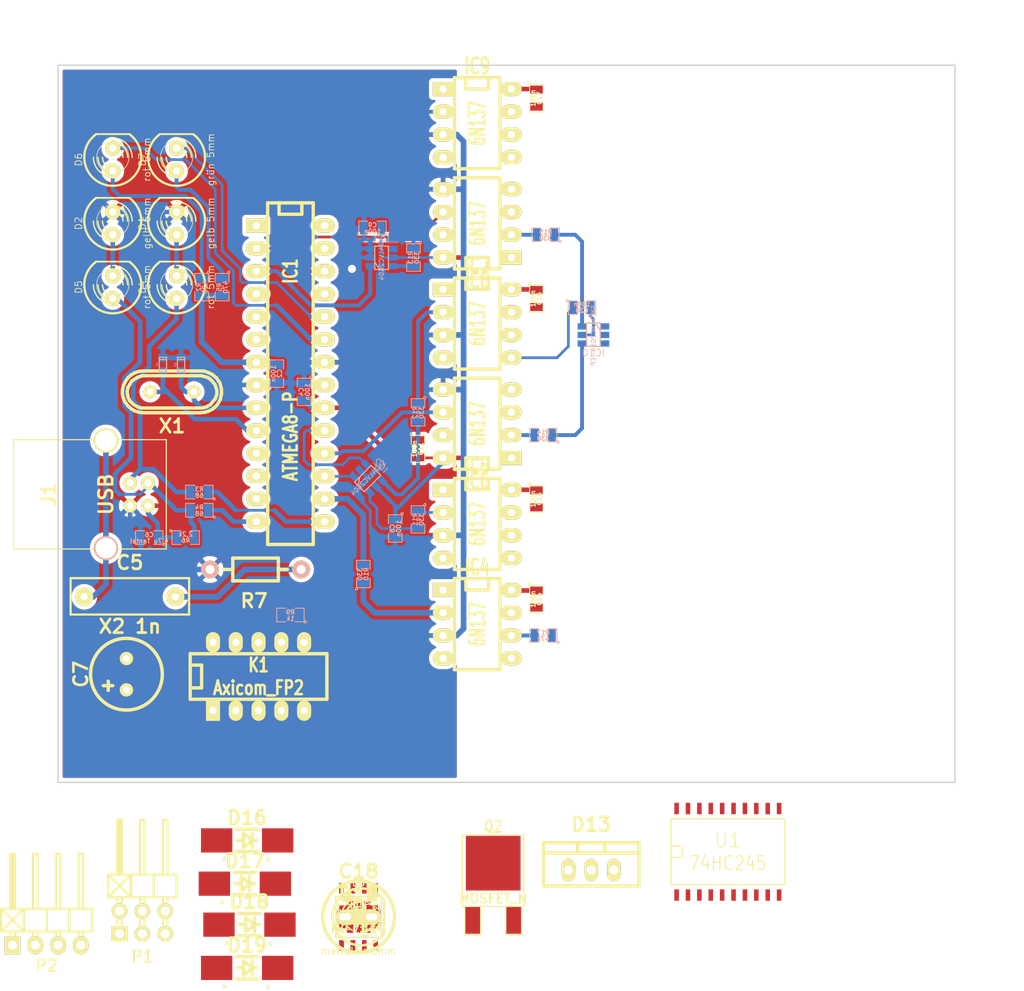
<source format=kicad_pcb>
(kicad_pcb (version 3) (host pcbnew "(2014-04-04 BZR 4786)-product")
  (title_block (title isoUSBasp) (date "18 Apr 2014") (rev 0.1))
  (layers (15 F.Cu signal) (0 B.Cu signal) (18 B.Paste user) (19 F.Paste user) (20 B.SilkS user) (21 F.SilkS user) (22 B.Mask user) (23 F.Mask user) (28 Edge.Cuts user))
  (net 0 "")
  (net 1 "Net-(C1-Pad1)")
  (net 2 GND)
  (net 3 "Net-(C3-Pad1)")
  (net 4 "Net-(C5-Pad1)")
  (net 5 "Net-(C5-Pad2)")
  (net 6 "Net-(C12-Pad1)")
  (net 7 "Net-(C12-Pad2)")
  (net 8 +5V)
  (net 9 "Net-(C21-Pad1)")
  (net 10 "Net-(C21-Pad2)")
  (net 11 +3.3V)
  (net 12 "Net-(D1-Pad1)")
  (net 13 "Net-(D2-Pad1)")
  (net 14 "Net-(D3-Pad1)")
  (net 15 /slowSCK)
  (net 16 "Net-(D4-Pad1)")
  (net 17 "Net-(D5-Pad1)")
  (net 18 "Net-(D6-Pad1)")
  (net 19 "Net-(D6-Pad2)")
  (net 20 "Net-(D7-Pad1)")
  (net 21 "Net-(D7-Pad2)")
  (net 22 "Net-(D8-Pad1)")
  (net 23 "Net-(D9-Pad1)")
  (net 24 "Net-(D10-Pad2)")
  (net 25 "Net-(D11-Pad2)")
  (net 26 "Net-(D12-Pad2)")
  (net 27 "Net-(D13-Pad2)")
  (net 28 "Net-(D13-Pad3)")
  (net 29 "Net-(D14-Pad2)")
  (net 30 /sck)
  (net 31 /mosi)
  (net 32 /TX)
  (net 33 /RX)
  (net 34 "Net-(IC1-Pad15)")
  (net 35 "Net-(IC1-Pad14)")
  (net 36 /ISP_RESET)
  (net 37 /ISP_MOSI)
  (net 38 /ISP_MISO)
  (net 39 /ISP_SCK)
  (net 40 /DCDC_on)
  (net 41 "Net-(IC2-Pad6)")
  (net 42 "Net-(IC2-Pad4)")
  (net 43 "Net-(IC3-Pad6)")
  (net 44 "Net-(IC4-Pad2)")
  (net 45 "Net-(IC4-Pad6)")
  (net 46 "Net-(IC5-Pad2)")
  (net 47 "Net-(IC5-Pad6)")
  (net 48 "Net-(IC6-Pad2)")
  (net 49 "Net-(IC7-Pad2)")
  (net 50 "Net-(IC7-Pad6)")
  (net 51 "Net-(IC8-Pad2)")
  (net 52 "Net-(IC9-Pad2)")
  (net 53 "Net-(IC9-Pad6)")
  (net 54 "Net-(IC10-Pad6)")
  (net 55 "Net-(IC10-Pad4)")
  (net 56 "Net-(IC11-Pad3)")
  (net 57 /miso)
  (net 58 /targ_vcc)
  (net 59 /reset)
  (net 60 "Net-(Q2-PadD)")
  (net 61 "Net-(Q3-Pad3)")
  (net 62 AGND)
  (net 63 VCOM)
  (module Capacitors_SMD:c_0603 (layer B.Cu) (at 106.68 88.392 270)
    (fp_text reference C1 (at 0 0.635 270) (layer B.SilkS) (effects (font (size 0.20066 0.20066) (thickness 0.04064)) (justify mirror)))
    (fp_text value 22p hide)
    (pad 1 smd rect (at 0.75184 0 270) (size 0.89916 1.00076) (layers B.Cu B.Paste B.Mask) (net 1 "Net-(C1-Pad1)"))
    (pad 2 smd rect (at -0.75184 0 270) (size 0.89916 1.00076) (layers B.Cu B.Paste B.Mask) (net 62 AGND))
  )
  (module SMD_Packages:SM0805 (layer B.Cu) (at 119.38 89.408 90)
    (fp_text reference C2 (at 0 0.3175 90) (layer B.SilkS) (effects (font (size 0.50038 0.50038) (thickness 0.10922)) (justify mirror)))
    (fp_text value 100n (at 0 -0.381 90) (layer B.SilkS) (effects (font (size 0.50038 0.50038) (thickness 0.10922)) (justify mirror)))
    (pad 1 smd rect (at -0.9525 0 90) (size 0.889 1.397) (layers B.Cu B.Paste B.Mask) (net 62 AGND))
    (pad 2 smd rect (at 0.9525 0 90) (size 0.889 1.397) (layers B.Cu B.Paste B.Mask) (net 63 VCOM))
  )
  (module Capacitors_SMD:c_0603 (layer B.Cu) (at 108.712 88.392 270)
    (fp_text reference C3 (at 0 0.635 270) (layer B.SilkS) (effects (font (size 0.20066 0.20066) (thickness 0.04064)) (justify mirror)))
    (fp_text value 22p hide)
    (pad 1 smd rect (at 0.75184 0 270) (size 0.89916 1.00076) (layers B.Cu B.Paste B.Mask) (net 3 "Net-(C3-Pad1)"))
    (pad 2 smd rect (at -0.75184 0 270) (size 0.89916 1.00076) (layers B.Cu B.Paste B.Mask) (net 62 AGND))
  )
  (module SMD_Packages:SM0805 (layer B.Cu) (at 122.428 91.44 270)
    (fp_text reference C4 (at 0 0.3175 270) (layer B.SilkS) (effects (font (size 0.50038 0.50038) (thickness 0.10922)) (justify mirror)))
    (fp_text value 100n (at 0 -0.381 270) (layer B.SilkS) (effects (font (size 0.50038 0.50038) (thickness 0.10922)) (justify mirror)))
    (pad 1 smd rect (at -0.9525 0 270) (size 0.889 1.397) (layers B.Cu B.Paste B.Mask) (net 62 AGND))
    (pad 2 smd rect (at 0.9525 0 270) (size 0.889 1.397) (layers B.Cu B.Paste B.Mask) (net 63 VCOM))
  )
  (module Capacitors_ThroughHole:Capacitor13x4RM10 (layer F.Cu) (at 102.997 114.3)
    (fp_text reference C5 (at 0 -3.81) (layer F.SilkS) (effects (font (thickness 0.3048))))
    (fp_text value "X2 1n" (at 0 3.302) (layer F.SilkS) (effects (font (thickness 0.3048))))
    (pad 1 thru_hole circle (at -5.08 0) (size 1.99898 1.99898) (drill 0.8001) (layers *.Cu *.Mask F.SilkS) (net 4 "Net-(C5-Pad1)"))
    (pad 2 thru_hole circle (at 5.08 0) (size 1.99898 1.99898) (drill 0.8001) (layers *.Cu *.Mask F.SilkS) (net 5 "Net-(C5-Pad2)"))
  )
  (module SMD_Packages:SM0805 (layer B.Cu) (at 105.156 107.696 180)
    (fp_text reference C6 (at 0 0.3175 180) (layer B.SilkS) (effects (font (size 0.50038 0.50038) (thickness 0.10922)) (justify mirror)))
    (fp_text value "4,7u Tantal" (at 0 -0.381 180) (layer B.SilkS) (effects (font (size 0.50038 0.50038) (thickness 0.10922)) (justify mirror)))
    (pad 1 smd rect (at -0.9525 0 180) (size 0.889 1.397) (layers B.Cu B.Paste B.Mask) (net 63 VCOM))
    (pad 2 smd rect (at 0.9525 0 180) (size 0.889 1.397) (layers B.Cu B.Paste B.Mask) (net 62 AGND))
  )
  (module Capacitors_Elko_ThroughHole:Elko_vert_DM8_RM3-5 (layer F.Cu) (at 102.616 122.936 90)
    (fp_text reference C7 (at 0 -5.08 90) (layer F.SilkS) (effects (font (thickness 0.3048))))
    (fp_text value 100u hide)
    (fp_line (start -1.27 -2.54) (end -1.27 -1.524) (layer F.Cu) (width 0.381))
    (fp_line (start -1.778 -2.032) (end -0.762 -2.032) (layer F.Cu) (width 0.381))
    (pad 2 thru_hole circle (at 1.75006 0 90) (size 1.50114 1.50114) (drill 0.8001) (layers *.Cu *.Mask F.SilkS) (net 62 AGND))
    (pad 1 thru_hole circle (at -1.75006 0 90) (size 1.50114 1.50114) (drill 0.8001) (layers *.Cu *.Mask F.SilkS) (net 63 VCOM))
  )
  (module SMD_Packages:SM0805 (layer B.Cu) (at 132.588 106.68 270)
    (fp_text reference C8 (at 0 0.3175 270) (layer B.SilkS) (effects (font (size 0.50038 0.50038) (thickness 0.10922)) (justify mirror)))
    (fp_text value 100n (at 0 -0.381 270) (layer B.SilkS) (effects (font (size 0.50038 0.50038) (thickness 0.10922)) (justify mirror)))
    (pad 1 smd rect (at -0.9525 0 270) (size 0.889 1.397) (layers B.Cu B.Paste B.Mask) (net 63 VCOM))
    (pad 2 smd rect (at 0.9525 0 270) (size 0.889 1.397) (layers B.Cu B.Paste B.Mask) (net 62 AGND))
  )
  (module SMD_Packages:SM0805 (layer B.Cu) (at 130.048 73.152 180)
    (fp_text reference C9 (at 0 0.3175 180) (layer B.SilkS) (effects (font (size 0.50038 0.50038) (thickness 0.10922)) (justify mirror)))
    (fp_text value 100n (at 0 -0.381 180) (layer B.SilkS) (effects (font (size 0.50038 0.50038) (thickness 0.10922)) (justify mirror)))
    (pad 1 smd rect (at -0.9525 0 180) (size 0.889 1.397) (layers B.Cu B.Paste B.Mask) (net 63 VCOM))
    (pad 2 smd rect (at 0.9525 0 180) (size 0.889 1.397) (layers B.Cu B.Paste B.Mask) (net 62 AGND))
  )
  (module SMD_Packages:SM0805 (layer F.Cu) (at 128.5011 150.0036)
    (fp_text reference C10 (at 0 -0.3175) (layer F.SilkS) (effects (font (size 0.50038 0.50038) (thickness 0.10922))))
    (fp_text value 100n (at 0 0.381) (layer F.SilkS) (effects (font (size 0.50038 0.50038) (thickness 0.10922))))
    (pad 1 smd rect (at -0.9525 0) (size 0.889 1.397) (layers F.Cu F.Paste F.Mask) (net 62 AGND))
    (pad 2 smd rect (at 0.9525 0) (size 0.889 1.397) (layers F.Cu F.Paste F.Mask) (net 63 VCOM))
  )
  (module SMD_Packages:SM0805 (layer F.Cu) (at 135.128 97.79 270)
    (fp_text reference C11 (at 0 -0.3175 270) (layer F.SilkS) (effects (font (size 0.50038 0.50038) (thickness 0.10922))))
    (fp_text value 100n (at 0 0.381 270) (layer F.SilkS) (effects (font (size 0.50038 0.50038) (thickness 0.10922))))
    (pad 1 smd rect (at -0.9525 0 270) (size 0.889 1.397) (layers F.Cu F.Paste F.Mask) (net 62 AGND))
    (pad 2 smd rect (at 0.9525 0 270) (size 0.889 1.397) (layers F.Cu F.Paste F.Mask) (net 63 VCOM))
  )
  (module SMD_Packages:SM0805 (layer F.Cu) (at 128.5011 150.0036)
    (fp_text reference C12 (at 0 -0.3175) (layer F.SilkS) (effects (font (size 0.50038 0.50038) (thickness 0.10922))))
    (fp_text value 100n (at 0 0.381) (layer F.SilkS) (effects (font (size 0.50038 0.50038) (thickness 0.10922))))
    (pad 1 smd rect (at -0.9525 0) (size 0.889 1.397) (layers F.Cu F.Paste F.Mask) (net 6 "Net-(C12-Pad1)"))
    (pad 2 smd rect (at 0.9525 0) (size 0.889 1.397) (layers F.Cu F.Paste F.Mask) (net 7 "Net-(C12-Pad2)"))
  )
  (module SMD_Packages:SM0805 (layer F.Cu) (at 128.5011 150.0036)
    (fp_text reference C13 (at 0 -0.3175) (layer F.SilkS) (effects (font (size 0.50038 0.50038) (thickness 0.10922))))
    (fp_text value 100n (at 0 0.381) (layer F.SilkS) (effects (font (size 0.50038 0.50038) (thickness 0.10922))))
    (pad 1 smd rect (at -0.9525 0) (size 0.889 1.397) (layers F.Cu F.Paste F.Mask) (net 8 +5V))
    (pad 2 smd rect (at 0.9525 0) (size 0.889 1.397) (layers F.Cu F.Paste F.Mask) (net 62 AGND))
  )
  (module SMD_Packages:SM0805 (layer F.Cu) (at 148.336 114.554 270)
    (fp_text reference C14 (at 0 -0.3175 270) (layer F.SilkS) (effects (font (size 0.50038 0.50038) (thickness 0.10922))))
    (fp_text value 100n (at 0 0.381 270) (layer F.SilkS) (effects (font (size 0.50038 0.50038) (thickness 0.10922))))
    (pad 1 smd rect (at -0.9525 0 270) (size 0.889 1.397) (layers F.Cu F.Paste F.Mask) (net 8 +5V))
    (pad 2 smd rect (at 0.9525 0 270) (size 0.889 1.397) (layers F.Cu F.Paste F.Mask) (net 62 AGND))
  )
  (module SMD_Packages:SM0805 (layer F.Cu) (at 148.336 103.378 270)
    (fp_text reference C15 (at 0 -0.3175 270) (layer F.SilkS) (effects (font (size 0.50038 0.50038) (thickness 0.10922))))
    (fp_text value 100n (at 0 0.381 270) (layer F.SilkS) (effects (font (size 0.50038 0.50038) (thickness 0.10922))))
    (pad 1 smd rect (at -0.9525 0 270) (size 0.889 1.397) (layers F.Cu F.Paste F.Mask) (net 8 +5V))
    (pad 2 smd rect (at 0.9525 0 270) (size 0.889 1.397) (layers F.Cu F.Paste F.Mask) (net 62 AGND))
  )
  (module SMD_Packages:SM0805 (layer F.Cu) (at 148.336 81.026 270)
    (fp_text reference C16 (at 0 -0.3175 270) (layer F.SilkS) (effects (font (size 0.50038 0.50038) (thickness 0.10922))))
    (fp_text value 100n (at 0 0.381 270) (layer F.SilkS) (effects (font (size 0.50038 0.50038) (thickness 0.10922))))
    (pad 1 smd rect (at -0.9525 0 270) (size 0.889 1.397) (layers F.Cu F.Paste F.Mask) (net 8 +5V))
    (pad 2 smd rect (at 0.9525 0 270) (size 0.889 1.397) (layers F.Cu F.Paste F.Mask) (net 62 AGND))
  )
  (module SMD_Packages:SM0805 (layer F.Cu) (at 148.336 58.674 270)
    (fp_text reference C17 (at 0 -0.3175 270) (layer F.SilkS) (effects (font (size 0.50038 0.50038) (thickness 0.10922))))
    (fp_text value 100n (at 0 0.381 270) (layer F.SilkS) (effects (font (size 0.50038 0.50038) (thickness 0.10922))))
    (pad 1 smd rect (at -0.9525 0 270) (size 0.889 1.397) (layers F.Cu F.Paste F.Mask) (net 8 +5V))
    (pad 2 smd rect (at 0.9525 0 270) (size 0.889 1.397) (layers F.Cu F.Paste F.Mask) (net 62 AGND))
  )
  (module Capacitors_Elko_ThroughHole:Elko_vert_DM8_RM3-5 (layer F.Cu) (at 128.5011 150.0036)
    (fp_text reference C18 (at 0 -5.08) (layer F.SilkS) (effects (font (thickness 0.3048))))
    (fp_text value 100u hide)
    (fp_line (start -1.27 -2.54) (end -1.27 -1.524) (layer F.Cu) (width 0.381))
    (fp_line (start -1.778 -2.032) (end -0.762 -2.032) (layer F.Cu) (width 0.381))
    (pad 2 thru_hole circle (at 1.75006 0) (size 1.50114 1.50114) (drill 0.8001) (layers *.Cu *.Mask F.SilkS) (net 62 AGND))
    (pad 1 thru_hole circle (at -1.75006 0) (size 1.50114 1.50114) (drill 0.8001) (layers *.Cu *.Mask F.SilkS) (net 8 +5V))
  )
  (module SMD_Packages:SM0805 (layer F.Cu) (at 128.5011 150.0036)
    (fp_text reference C19 (at 0 -0.3175) (layer F.SilkS) (effects (font (size 0.50038 0.50038) (thickness 0.10922))))
    (fp_text value 10u (at 0 0.381) (layer F.SilkS) (effects (font (size 0.50038 0.50038) (thickness 0.10922))))
    (pad 1 smd rect (at -0.9525 0) (size 0.889 1.397) (layers F.Cu F.Paste F.Mask) (net 8 +5V))
    (pad 2 smd rect (at 0.9525 0) (size 0.889 1.397) (layers F.Cu F.Paste F.Mask) (net 62 AGND))
  )
  (module SMD_Packages:SM0805 (layer B.Cu) (at 153.416 82.042)
    (fp_text reference C20 (at 0 0.3175) (layer B.SilkS) (effects (font (size 0.50038 0.50038) (thickness 0.10922)) (justify mirror)))
    (fp_text value 100n (at 0 -0.381) (layer B.SilkS) (effects (font (size 0.50038 0.50038) (thickness 0.10922)) (justify mirror)))
    (pad 1 smd rect (at -0.9525 0) (size 0.889 1.397) (layers B.Cu B.Paste B.Mask) (net 62 AGND))
    (pad 2 smd rect (at 0.9525 0) (size 0.889 1.397) (layers B.Cu B.Paste B.Mask) (net 63 VCOM))
  )
  (module SMD_Packages:SM0805 (layer F.Cu) (at 128.5011 150.0036)
    (fp_text reference C21 (at 0 -0.3175) (layer F.SilkS) (effects (font (size 0.50038 0.50038) (thickness 0.10922))))
    (fp_text value 100n (at 0 0.381) (layer F.SilkS) (effects (font (size 0.50038 0.50038) (thickness 0.10922))))
    (pad 1 smd rect (at -0.9525 0) (size 0.889 1.397) (layers F.Cu F.Paste F.Mask) (net 9 "Net-(C21-Pad1)"))
    (pad 2 smd rect (at 0.9525 0) (size 0.889 1.397) (layers F.Cu F.Paste F.Mask) (net 10 "Net-(C21-Pad2)"))
  )
  (module SMD_Packages:SM0805 (layer F.Cu) (at 128.5011 150.0036)
    (fp_text reference C22 (at 0 -0.3175) (layer F.SilkS) (effects (font (size 0.50038 0.50038) (thickness 0.10922))))
    (fp_text value 100n (at 0 0.381) (layer F.SilkS) (effects (font (size 0.50038 0.50038) (thickness 0.10922))))
    (pad 1 smd rect (at -0.9525 0) (size 0.889 1.397) (layers F.Cu F.Paste F.Mask) (net 63 VCOM))
    (pad 2 smd rect (at 0.9525 0) (size 0.889 1.397) (layers F.Cu F.Paste F.Mask) (net 62 AGND))
  )
  (module SMD_Packages:SM0805 (layer F.Cu) (at 128.5011 150.0036)
    (fp_text reference C23 (at 0 -0.3175) (layer F.SilkS) (effects (font (size 0.50038 0.50038) (thickness 0.10922))))
    (fp_text value 100n (at 0 0.381) (layer F.SilkS) (effects (font (size 0.50038 0.50038) (thickness 0.10922))))
    (pad 1 smd rect (at -0.9525 0) (size 0.889 1.397) (layers F.Cu F.Paste F.Mask) (net 62 AGND))
    (pad 2 smd rect (at 0.9525 0) (size 0.889 1.397) (layers F.Cu F.Paste F.Mask) (net 8 +5V))
  )
  (module SMD_Packages:SM0805 (layer F.Cu) (at 128.5011 150.0036)
    (fp_text reference C24 (at 0 -0.3175) (layer F.SilkS) (effects (font (size 0.50038 0.50038) (thickness 0.10922))))
    (fp_text value 100n (at 0 0.381) (layer F.SilkS) (effects (font (size 0.50038 0.50038) (thickness 0.10922))))
    (pad 1 smd rect (at -0.9525 0) (size 0.889 1.397) (layers F.Cu F.Paste F.Mask) (net 11 +3.3V))
    (pad 2 smd rect (at 0.9525 0) (size 0.889 1.397) (layers F.Cu F.Paste F.Mask) (net 62 AGND))
  )
  (module SMD_Packages:SM0805 (layer F.Cu) (at 128.5011 150.0036)
    (fp_text reference C25 (at 0 -0.3175) (layer F.SilkS) (effects (font (size 0.50038 0.50038) (thickness 0.10922))))
    (fp_text value 10u (at 0 0.381) (layer F.SilkS) (effects (font (size 0.50038 0.50038) (thickness 0.10922))))
    (pad 1 smd rect (at -0.9525 0) (size 0.889 1.397) (layers F.Cu F.Paste F.Mask) (net 11 +3.3V))
    (pad 2 smd rect (at 0.9525 0) (size 0.889 1.397) (layers F.Cu F.Paste F.Mask) (net 62 AGND))
  )
  (module LEDs:LED-5MM (layer F.Cu) (at 108.204 72.644 90)
    (fp_text reference D1 (at 0 -3.81 90) (layer F.SilkS) (effects (font (size 0.762 0.762) (thickness 0.0889))))
    (fp_text value "gelb 5mm" (at 0 3.81 90) (layer F.SilkS) (effects (font (size 0.762 0.762) (thickness 0.0889))))
    (pad 1 thru_hole circle (at -1.27 0 90) (size 1.6764 1.6764) (drill 0.8128) (layers *.Cu *.Mask F.SilkS) (net 12 "Net-(D1-Pad1)"))
    (pad 2 thru_hole circle (at 1.27 0 90) (size 1.6764 1.6764) (drill 0.8128) (layers *.Cu *.Mask F.SilkS) (net 62 AGND))
  )
  (module LEDs:LED-5MM (layer F.Cu) (at 101.092 72.644 90)
    (fp_text reference D2 (at 0 -3.81 90) (layer F.SilkS) (effects (font (size 0.762 0.762) (thickness 0.0889))))
    (fp_text value "gelb 5mm" (at 0 3.81 90) (layer F.SilkS) (effects (font (size 0.762 0.762) (thickness 0.0889))))
    (pad 1 thru_hole circle (at -1.27 0 90) (size 1.6764 1.6764) (drill 0.8128) (layers *.Cu *.Mask F.SilkS) (net 13 "Net-(D2-Pad1)"))
    (pad 2 thru_hole circle (at 1.27 0 90) (size 1.6764 1.6764) (drill 0.8128) (layers *.Cu *.Mask F.SilkS) (net 62 AGND))
  )
  (module LEDs:LED-5MM (layer F.Cu) (at 128.5011 150.0036)
    (fp_text reference D3 (at 0 -3.81) (layer F.SilkS) (effects (font (size 0.762 0.762) (thickness 0.0889))))
    (fp_text value "rot 5mm" (at 0 3.81) (layer F.SilkS) (effects (font (size 0.762 0.762) (thickness 0.0889))))
    (pad 1 thru_hole circle (at -1.27 0) (size 1.6764 1.6764) (drill 0.8128) (layers *.Cu *.Mask F.SilkS) (net 14 "Net-(D3-Pad1)"))
    (pad 2 thru_hole circle (at 1.27 0) (size 1.6764 1.6764) (drill 0.8128) (layers *.Cu *.Mask F.SilkS) (net 15 /slowSCK))
  )
  (module LEDs:LED-5MM (layer F.Cu) (at 108.204 79.756 90)
    (fp_text reference D4 (at 0 -3.81 90) (layer F.SilkS) (effects (font (size 0.762 0.762) (thickness 0.0889))))
    (fp_text value "rot 5mm" (at 0 3.81 90) (layer F.SilkS) (effects (font (size 0.762 0.762) (thickness 0.0889))))
    (pad 1 thru_hole circle (at -1.27 0 90) (size 1.6764 1.6764) (drill 0.8128) (layers *.Cu *.Mask F.SilkS) (net 16 "Net-(D4-Pad1)"))
    (pad 2 thru_hole circle (at 1.27 0 90) (size 1.6764 1.6764) (drill 0.8128) (layers *.Cu *.Mask F.SilkS) (net 12 "Net-(D1-Pad1)"))
  )
  (module LEDs:LED-5MM (layer F.Cu) (at 101.092 79.756 90)
    (fp_text reference D5 (at 0 -3.81 90) (layer F.SilkS) (effects (font (size 0.762 0.762) (thickness 0.0889))))
    (fp_text value "rot 5mm" (at 0 3.81 90) (layer F.SilkS) (effects (font (size 0.762 0.762) (thickness 0.0889))))
    (pad 1 thru_hole circle (at -1.27 0 90) (size 1.6764 1.6764) (drill 0.8128) (layers *.Cu *.Mask F.SilkS) (net 17 "Net-(D5-Pad1)"))
    (pad 2 thru_hole circle (at 1.27 0 90) (size 1.6764 1.6764) (drill 0.8128) (layers *.Cu *.Mask F.SilkS) (net 13 "Net-(D2-Pad1)"))
  )
  (module LEDs:LED-5MM (layer F.Cu) (at 101.092 65.532 90)
    (fp_text reference D6 (at 0 -3.81 90) (layer F.SilkS) (effects (font (size 0.762 0.762) (thickness 0.0889))))
    (fp_text value "rot 5mm" (at 0 3.81 90) (layer F.SilkS) (effects (font (size 0.762 0.762) (thickness 0.0889))))
    (pad 1 thru_hole circle (at -1.27 0 90) (size 1.6764 1.6764) (drill 0.8128) (layers *.Cu *.Mask F.SilkS) (net 18 "Net-(D6-Pad1)"))
    (pad 2 thru_hole circle (at 1.27 0 90) (size 1.6764 1.6764) (drill 0.8128) (layers *.Cu *.Mask F.SilkS) (net 19 "Net-(D6-Pad2)"))
  )
  (module LEDs:LED-5MM (layer F.Cu) (at 108.204 65.532 90)
    (fp_text reference D7 (at 0 -3.81 90) (layer F.SilkS) (effects (font (size 0.762 0.762) (thickness 0.0889))))
    (fp_text value "grün 5mm" (at 0 3.81 90) (layer F.SilkS) (effects (font (size 0.762 0.762) (thickness 0.0889))))
    (pad 1 thru_hole circle (at -1.27 0 90) (size 1.6764 1.6764) (drill 0.8128) (layers *.Cu *.Mask F.SilkS) (net 20 "Net-(D7-Pad1)"))
    (pad 2 thru_hole circle (at 1.27 0 90) (size 1.6764 1.6764) (drill 0.8128) (layers *.Cu *.Mask F.SilkS) (net 21 "Net-(D7-Pad2)"))
  )
  (module LEDs:LED-5MM (layer F.Cu) (at 128.5011 150.0036)
    (fp_text reference D8 (at 0 -3.81) (layer F.SilkS) (effects (font (size 0.762 0.762) (thickness 0.0889))))
    (fp_text value "mattblau 5mm" (at 0 3.81) (layer F.SilkS) (effects (font (size 0.762 0.762) (thickness 0.0889))))
    (pad 1 thru_hole circle (at -1.27 0) (size 1.6764 1.6764) (drill 0.8128) (layers *.Cu *.Mask F.SilkS) (net 22 "Net-(D8-Pad1)"))
    (pad 2 thru_hole circle (at 1.27 0) (size 1.6764 1.6764) (drill 0.8128) (layers *.Cu *.Mask F.SilkS) (net 6 "Net-(C12-Pad1)"))
  )
  (module LEDs:LED-5MM (layer F.Cu) (at 128.5011 150.0036)
    (fp_text reference D9 (at 0 -3.81) (layer F.SilkS) (effects (font (size 0.762 0.762) (thickness 0.0889))))
    (fp_text value "mattblau 5mm" (at 0 3.81) (layer F.SilkS) (effects (font (size 0.762 0.762) (thickness 0.0889))))
    (pad 1 thru_hole circle (at -1.27 0) (size 1.6764 1.6764) (drill 0.8128) (layers *.Cu *.Mask F.SilkS) (net 23 "Net-(D9-Pad1)"))
    (pad 2 thru_hole circle (at 1.27 0) (size 1.6764 1.6764) (drill 0.8128) (layers *.Cu *.Mask F.SilkS) (net 62 AGND))
  )
  (module Diodes_SMD:Diode-MiniMELF_Standard (layer F.Cu) (at 128.5011 150.0036)
    (fp_text reference D10 (at 0 -2.54) (layer F.SilkS) (effects (font (thickness 0.3048))))
    (fp_text value 3,6V hide)
    (fp_text user A (at -1.80086 1.5494) (layer F.SilkS) (effects (font (size 0.50038 0.50038) (thickness 0.09906))))
    (fp_text user K (at 1.80086 1.5494) (layer F.SilkS) (effects (font (size 0.50038 0.50038) (thickness 0.09906))))
    (pad 1 smd rect (at -1.75006 0) (size 1.30048 1.69926) (layers F.Cu F.Paste F.Mask) (net 62 AGND))
    (pad 2 smd rect (at 1.75006 0) (size 1.30048 1.69926) (layers F.Cu F.Paste F.Mask) (net 24 "Net-(D10-Pad2)"))
  )
  (module Diodes_SMD:Diode-MiniMELF_Standard (layer F.Cu) (at 128.5011 150.0036)
    (fp_text reference D11 (at 0 -2.54) (layer F.SilkS) (effects (font (thickness 0.3048))))
    (fp_text value 5,1V hide)
    (fp_text user A (at -1.80086 1.5494) (layer F.SilkS) (effects (font (size 0.50038 0.50038) (thickness 0.09906))))
    (fp_text user K (at 1.80086 1.5494) (layer F.SilkS) (effects (font (size 0.50038 0.50038) (thickness 0.09906))))
    (pad 1 smd rect (at -1.75006 0) (size 1.30048 1.69926) (layers F.Cu F.Paste F.Mask) (net 62 AGND))
    (pad 2 smd rect (at 1.75006 0) (size 1.30048 1.69926) (layers F.Cu F.Paste F.Mask) (net 25 "Net-(D11-Pad2)"))
  )
  (module Diodes_SMD:Diode-MiniMELF_Standard (layer F.Cu) (at 128.5011 150.0036)
    (fp_text reference D12 (at 0 -2.54) (layer F.SilkS) (effects (font (thickness 0.3048))))
    (fp_text value 5,1V hide)
    (fp_text user A (at -1.80086 1.5494) (layer F.SilkS) (effects (font (size 0.50038 0.50038) (thickness 0.09906))))
    (fp_text user K (at 1.80086 1.5494) (layer F.SilkS) (effects (font (size 0.50038 0.50038) (thickness 0.09906))))
    (pad 1 smd rect (at -1.75006 0) (size 1.30048 1.69926) (layers F.Cu F.Paste F.Mask) (net 62 AGND))
    (pad 2 smd rect (at 1.75006 0) (size 1.30048 1.69926) (layers F.Cu F.Paste F.Mask) (net 26 "Net-(D12-Pad2)"))
  )
  (module Transistors_TO-220:TO-220_Neutral123_Vertical (layer F.Cu) (at 154.432 144.78)
    (fp_text reference D13 (at 0 -5.08) (layer F.SilkS) (effects (font (thickness 0.3048))))
    (fp_text value "com. kath." hide)
    (pad 2 thru_hole oval (at 0 0 90) (size 2.49936 1.50114) (drill 1.00076) (layers *.Cu *.Mask F.SilkS) (net 27 "Net-(D13-Pad2)"))
    (pad 1 thru_hole oval (at -2.54 0 90) (size 2.49936 1.50114) (drill 1.00076) (layers *.Cu *.Mask F.SilkS))
    (pad 3 thru_hole oval (at 2.54 0 90) (size 2.49936 1.50114) (drill 1.00076) (layers *.Cu *.Mask F.SilkS) (net 28 "Net-(D13-Pad3)"))
  )
  (module Diodes_SMD:Diode-MiniMELF_Standard (layer F.Cu) (at 128.5011 150.0036)
    (fp_text reference D14 (at 0 -2.54) (layer F.SilkS) (effects (font (thickness 0.3048))))
    (fp_text value 5,1V hide)
    (fp_text user A (at -1.80086 1.5494) (layer F.SilkS) (effects (font (size 0.50038 0.50038) (thickness 0.09906))))
    (fp_text user K (at 1.80086 1.5494) (layer F.SilkS) (effects (font (size 0.50038 0.50038) (thickness 0.09906))))
    (pad 1 smd rect (at -1.75006 0) (size 1.30048 1.69926) (layers F.Cu F.Paste F.Mask) (net 62 AGND))
    (pad 2 smd rect (at 1.75006 0) (size 1.30048 1.69926) (layers F.Cu F.Paste F.Mask) (net 29 "Net-(D14-Pad2)"))
  )
  (module Diodes_SMD:Diode-MiniMELF_Standard (layer F.Cu) (at 128.5011 150.0036)
    (fp_text reference D15 (at 0 -2.54) (layer F.SilkS) (effects (font (thickness 0.3048))))
    (fp_text value 1n4148 hide)
    (fp_text user A (at -1.80086 1.5494) (layer F.SilkS) (effects (font (size 0.50038 0.50038) (thickness 0.09906))))
    (fp_text user K (at 1.80086 1.5494) (layer F.SilkS) (effects (font (size 0.50038 0.50038) (thickness 0.09906))))
    (pad 1 smd rect (at -1.75006 0) (size 1.30048 1.69926) (layers F.Cu F.Paste F.Mask) (net 11 +3.3V))
    (pad 2 smd rect (at 1.75006 0) (size 1.30048 1.69926) (layers F.Cu F.Paste F.Mask) (net 9 "Net-(C21-Pad1)"))
  )
  (module Diodes_SMD:Diode-MELF_Handsoldering (layer F.Cu) (at 116.078 141.478)
    (fp_text reference D16 (at 0 -2.54) (layer F.SilkS) (effects (font (thickness 0.3048))))
    (fp_text value "30V 1A" hide)
    (fp_text user A (at -2.55016 2.04978) (layer F.SilkS) (effects (font (size 0.50038 0.50038) (thickness 0.09906))))
    (fp_text user K (at 2.3495 2.14884) (layer F.SilkS) (effects (font (size 0.50038 0.50038) (thickness 0.09906))))
    (pad 1 smd rect (at -3.40106 0) (size 3.50012 2.70002) (layers F.Cu F.Paste F.Mask) (net 62 AGND))
    (pad 2 smd rect (at 3.40106 0) (size 3.50012 2.70002) (layers F.Cu F.Paste F.Mask) (net 10 "Net-(C21-Pad2)"))
  )
  (module Diodes_SMD:Diode-MELF_Handsoldering (layer F.Cu) (at 115.824 146.304)
    (fp_text reference D17 (at 0 -2.54) (layer F.SilkS) (effects (font (thickness 0.3048))))
    (fp_text value P6KE6,8A hide)
    (fp_text user A (at -2.55016 2.04978) (layer F.SilkS) (effects (font (size 0.50038 0.50038) (thickness 0.09906))))
    (fp_text user K (at 2.3495 2.14884) (layer F.SilkS) (effects (font (size 0.50038 0.50038) (thickness 0.09906))))
    (pad 1 smd rect (at -3.40106 0) (size 3.50012 2.70002) (layers F.Cu F.Paste F.Mask) (net 62 AGND))
    (pad 2 smd rect (at 3.40106 0) (size 3.50012 2.70002) (layers F.Cu F.Paste F.Mask) (net 30 /sck))
  )
  (module Diodes_SMD:Diode-MELF_Handsoldering (layer F.Cu) (at 116.332 150.876)
    (fp_text reference D18 (at 0 -2.54) (layer F.SilkS) (effects (font (thickness 0.3048))))
    (fp_text value P6KE6,8A hide)
    (fp_text user A (at -2.55016 2.04978) (layer F.SilkS) (effects (font (size 0.50038 0.50038) (thickness 0.09906))))
    (fp_text user K (at 2.3495 2.14884) (layer F.SilkS) (effects (font (size 0.50038 0.50038) (thickness 0.09906))))
    (pad 1 smd rect (at -3.40106 0) (size 3.50012 2.70002) (layers F.Cu F.Paste F.Mask) (net 62 AGND))
    (pad 2 smd rect (at 3.40106 0) (size 3.50012 2.70002) (layers F.Cu F.Paste F.Mask) (net 31 /mosi))
  )
  (module Diodes_SMD:Diode-MELF_Handsoldering (layer F.Cu) (at 116.078 155.702)
    (fp_text reference D19 (at 0 -2.54) (layer F.SilkS) (effects (font (thickness 0.3048))))
    (fp_text value P6KE6,8A hide)
    (fp_text user A (at -2.55016 2.04978) (layer F.SilkS) (effects (font (size 0.50038 0.50038) (thickness 0.09906))))
    (fp_text user K (at 2.3495 2.14884) (layer F.SilkS) (effects (font (size 0.50038 0.50038) (thickness 0.09906))))
    (pad 1 smd rect (at -3.40106 0) (size 3.50012 2.70002) (layers F.Cu F.Paste F.Mask) (net 62 AGND))
    (pad 2 smd rect (at 3.40106 0) (size 3.50012 2.70002) (layers F.Cu F.Paste F.Mask) (net 32 /TX))
  )
  (module Sockets_DIP:DIP-28__300_ELL (layer F.Cu) (at 120.904 89.408 270)
    (fp_text reference IC1 (at -11.43 0 270) (layer F.SilkS) (effects (font (size 1.524 1.143) (thickness 0.3048))))
    (fp_text value ATMEGA8-P (at 6.985 0 270) (layer F.SilkS) (effects (font (size 1.524 1.143) (thickness 0.3048))))
    (pad 2 thru_hole oval (at -13.97 3.81 270) (size 1.5748 2.286) (drill 0.8128) (layers *.Cu *.Mask F.SilkS) (net 33 /RX))
    (pad 3 thru_hole oval (at -11.43 3.81 270) (size 1.5748 2.286) (drill 0.8128) (layers *.Cu *.Mask F.SilkS) (net 32 /TX))
    (pad 4 thru_hole oval (at -8.89 3.81 270) (size 1.5748 2.286) (drill 0.8128) (layers *.Cu *.Mask F.SilkS) (net 34 "Net-(IC1-Pad15)"))
    (pad 5 thru_hole oval (at -6.35 3.81 270) (size 1.5748 2.286) (drill 0.8128) (layers *.Cu *.Mask F.SilkS))
    (pad 6 thru_hole oval (at -3.81 3.81 270) (size 1.5748 2.286) (drill 0.8128) (layers *.Cu *.Mask F.SilkS))
    (pad 7 thru_hole oval (at -1.27 3.81 270) (size 1.5748 2.286) (drill 0.8128) (layers *.Cu *.Mask F.SilkS) (net 63 VCOM))
    (pad 8 thru_hole oval (at 1.27 3.81 270) (size 1.5748 2.286) (drill 0.8128) (layers *.Cu *.Mask F.SilkS) (net 62 AGND))
    (pad 9 thru_hole oval (at 3.81 3.81 270) (size 1.5748 2.286) (drill 0.8128) (layers *.Cu *.Mask F.SilkS) (net 3 "Net-(C3-Pad1)"))
    (pad 10 thru_hole oval (at 6.35 3.81 270) (size 1.5748 2.286) (drill 0.8128) (layers *.Cu *.Mask F.SilkS) (net 1 "Net-(C1-Pad1)"))
    (pad 11 thru_hole oval (at 8.89 3.81 270) (size 1.5748 2.286) (drill 0.8128) (layers *.Cu *.Mask F.SilkS))
    (pad 12 thru_hole oval (at 11.43 3.81 270) (size 1.5748 2.286) (drill 0.8128) (layers *.Cu *.Mask F.SilkS))
    (pad 13 thru_hole oval (at 13.97 3.81 270) (size 1.5748 2.286) (drill 0.8128) (layers *.Cu *.Mask F.SilkS))
    (pad 14 thru_hole oval (at 16.51 3.81 270) (size 1.5748 2.286) (drill 0.8128) (layers *.Cu *.Mask F.SilkS) (net 35 "Net-(IC1-Pad14)"))
    (pad 1 thru_hole rect (at -16.51 3.81 270) (size 1.5748 2.286) (drill 0.8128) (layers *.Cu *.Mask F.SilkS))
    (pad 15 thru_hole oval (at 16.51 -3.81 270) (size 1.5748 2.286) (drill 0.8128) (layers *.Cu *.Mask F.SilkS) (net 34 "Net-(IC1-Pad15)"))
    (pad 16 thru_hole oval (at 13.97 -3.81 270) (size 1.5748 2.286) (drill 0.8128) (layers *.Cu *.Mask F.SilkS) (net 36 /ISP_RESET))
    (pad 17 thru_hole oval (at 11.43 -3.81 270) (size 1.5748 2.286) (drill 0.8128) (layers *.Cu *.Mask F.SilkS) (net 37 /ISP_MOSI))
    (pad 18 thru_hole oval (at 8.89 -3.81 270) (size 1.5748 2.286) (drill 0.8128) (layers *.Cu *.Mask F.SilkS) (net 38 /ISP_MISO))
    (pad 19 thru_hole oval (at 6.35 -3.81 270) (size 1.5748 2.286) (drill 0.8128) (layers *.Cu *.Mask F.SilkS) (net 39 /ISP_SCK))
    (pad 20 thru_hole oval (at 3.81 -3.81 270) (size 1.5748 2.286) (drill 0.8128) (layers *.Cu *.Mask F.SilkS) (net 63 VCOM))
    (pad 21 thru_hole oval (at 1.27 -3.81 270) (size 1.5748 2.286) (drill 0.8128) (layers *.Cu *.Mask F.SilkS))
    (pad 22 thru_hole oval (at -1.27 -3.81 270) (size 1.5748 2.286) (drill 0.8128) (layers *.Cu *.Mask F.SilkS) (net 62 AGND))
    (pad 23 thru_hole oval (at -3.81 -3.81 270) (size 1.5748 2.286) (drill 0.8128) (layers *.Cu *.Mask F.SilkS) (net 19 "Net-(D6-Pad2)"))
    (pad 24 thru_hole oval (at -6.35 -3.81 270) (size 1.5748 2.286) (drill 0.8128) (layers *.Cu *.Mask F.SilkS) (net 21 "Net-(D7-Pad2)"))
    (pad 25 thru_hole oval (at -8.89 -3.81 270) (size 1.5748 2.286) (drill 0.8128) (layers *.Cu *.Mask F.SilkS) (net 15 /slowSCK))
    (pad 26 thru_hole oval (at -11.43 -3.81 270) (size 1.5748 2.286) (drill 0.8128) (layers *.Cu *.Mask F.SilkS) (net 40 /DCDC_on))
    (pad 27 thru_hole oval (at -13.97 -3.81 270) (size 1.5748 2.286) (drill 0.8128) (layers *.Cu *.Mask F.SilkS))
    (pad 28 thru_hole oval (at -16.51 -3.81 270) (size 1.5748 2.286) (drill 0.8128) (layers *.Cu *.Mask F.SilkS))
  )
  (module SMD_Packages:SOT23_6 (layer B.Cu) (at 129.54 101.092 45)
    (fp_text reference IC2 (at 1.99898 0 315) (layer B.SilkS) (effects (font (size 0.762 0.762) (thickness 0.0762)) (justify mirror)))
    (fp_text value SN74LVC2G04 (at 0.0635 0 45) (layer B.SilkS) (effects (font (size 0.50038 0.50038) (thickness 0.0762)) (justify mirror)))
    (pad 6 smd rect (at -0.9525 1.27 45) (size 0.70104 1.00076) (layers B.Cu B.Paste B.Mask) (net 41 "Net-(IC2-Pad6)"))
    (pad 5 smd rect (at 0 1.27 45) (size 0.70104 1.00076) (layers B.Cu B.Paste B.Mask) (net 63 VCOM))
    (pad 4 smd rect (at 0.9525 1.27 45) (size 0.70104 1.00076) (layers B.Cu B.Paste B.Mask) (net 42 "Net-(IC2-Pad4)"))
    (pad 3 smd rect (at 0.9525 -1.27 45) (size 0.70104 1.00076) (layers B.Cu B.Paste B.Mask) (net 39 /ISP_SCK))
    (pad 2 smd rect (at 0 -1.27 45) (size 0.70104 1.00076) (layers B.Cu B.Paste B.Mask) (net 62 AGND))
    (pad 1 smd rect (at -0.9525 -1.27 45) (size 0.70104 1.00076) (layers B.Cu B.Paste B.Mask) (net 37 /ISP_MOSI))
  )
  (module SMD_Packages:SOT23_6 (layer B.Cu) (at 131.064 76.454 90)
    (fp_text reference IC3 (at 1.99898 0 360) (layer B.SilkS) (effects (font (size 0.762 0.762) (thickness 0.0762)) (justify mirror)))
    (fp_text value SN74LVC2G04 (at 0.0635 0 90) (layer B.SilkS) (effects (font (size 0.50038 0.50038) (thickness 0.0762)) (justify mirror)))
    (pad 6 smd rect (at -0.9525 1.27 90) (size 0.70104 1.00076) (layers B.Cu B.Paste B.Mask) (net 43 "Net-(IC3-Pad6)"))
    (pad 5 smd rect (at 0 1.27 90) (size 0.70104 1.00076) (layers B.Cu B.Paste B.Mask) (net 63 VCOM))
    (pad 4 smd rect (at 0.9525 1.27 90) (size 0.70104 1.00076) (layers B.Cu B.Paste B.Mask))
    (pad 3 smd rect (at 0.9525 -1.27 90) (size 0.70104 1.00076) (layers B.Cu B.Paste B.Mask) (net 62 AGND))
    (pad 2 smd rect (at 0 -1.27 90) (size 0.70104 1.00076) (layers B.Cu B.Paste B.Mask) (net 62 AGND))
    (pad 1 smd rect (at -0.9525 -1.27 90) (size 0.70104 1.00076) (layers B.Cu B.Paste B.Mask) (net 32 /TX))
  )
  (module Sockets_DIP:DIP-8__300_ELL (layer F.Cu) (at 141.732 117.348 270)
    (fp_text reference IC4 (at -6.35 0 360) (layer F.SilkS) (effects (font (size 1.778 1.143) (thickness 0.3048))))
    (fp_text value 6N137 (at 0 0 270) (layer F.SilkS) (effects (font (size 1.778 1.016) (thickness 0.3048))))
    (pad 1 thru_hole rect (at -3.81 3.81 270) (size 1.5748 2.286) (drill 0.8128) (layers *.Cu *.Mask F.SilkS))
    (pad 2 thru_hole oval (at -1.27 3.81 270) (size 1.5748 2.286) (drill 0.8128) (layers *.Cu *.Mask F.SilkS) (net 44 "Net-(IC4-Pad2)"))
    (pad 3 thru_hole oval (at 1.27 3.81 270) (size 1.5748 2.286) (drill 0.8128) (layers *.Cu *.Mask F.SilkS) (net 62 AGND))
    (pad 4 thru_hole oval (at 3.81 3.81 270) (size 1.5748 2.286) (drill 0.8128) (layers *.Cu *.Mask F.SilkS))
    (pad 5 thru_hole oval (at 3.81 -3.81 270) (size 1.5748 2.286) (drill 0.8128) (layers *.Cu *.Mask F.SilkS) (net 62 AGND))
    (pad 6 thru_hole oval (at 1.27 -3.81 270) (size 1.5748 2.286) (drill 0.8128) (layers *.Cu *.Mask F.SilkS) (net 45 "Net-(IC4-Pad6)"))
    (pad 7 thru_hole oval (at -1.27 -3.81 270) (size 1.5748 2.286) (drill 0.8128) (layers *.Cu *.Mask F.SilkS))
    (pad 8 thru_hole oval (at -3.81 -3.81 270) (size 1.5748 2.286) (drill 0.8128) (layers *.Cu *.Mask F.SilkS) (net 8 +5V))
  )
  (module Sockets_DIP:DIP-8__300_ELL (layer F.Cu) (at 141.732 106.172 270)
    (fp_text reference IC5 (at -6.35 0 360) (layer F.SilkS) (effects (font (size 1.778 1.143) (thickness 0.3048))))
    (fp_text value 6N137 (at 0 0 270) (layer F.SilkS) (effects (font (size 1.778 1.016) (thickness 0.3048))))
    (pad 1 thru_hole rect (at -3.81 3.81 270) (size 1.5748 2.286) (drill 0.8128) (layers *.Cu *.Mask F.SilkS))
    (pad 2 thru_hole oval (at -1.27 3.81 270) (size 1.5748 2.286) (drill 0.8128) (layers *.Cu *.Mask F.SilkS) (net 46 "Net-(IC5-Pad2)"))
    (pad 3 thru_hole oval (at 1.27 3.81 270) (size 1.5748 2.286) (drill 0.8128) (layers *.Cu *.Mask F.SilkS) (net 62 AGND))
    (pad 4 thru_hole oval (at 3.81 3.81 270) (size 1.5748 2.286) (drill 0.8128) (layers *.Cu *.Mask F.SilkS))
    (pad 5 thru_hole oval (at 3.81 -3.81 270) (size 1.5748 2.286) (drill 0.8128) (layers *.Cu *.Mask F.SilkS) (net 62 AGND))
    (pad 6 thru_hole oval (at 1.27 -3.81 270) (size 1.5748 2.286) (drill 0.8128) (layers *.Cu *.Mask F.SilkS) (net 47 "Net-(IC5-Pad6)"))
    (pad 7 thru_hole oval (at -1.27 -3.81 270) (size 1.5748 2.286) (drill 0.8128) (layers *.Cu *.Mask F.SilkS))
    (pad 8 thru_hole oval (at -3.81 -3.81 270) (size 1.5748 2.286) (drill 0.8128) (layers *.Cu *.Mask F.SilkS) (net 8 +5V))
  )
  (module Sockets_DIP:DIP-8__300_ELL (layer F.Cu) (at 141.732 94.996 90)
    (fp_text reference IC6 (at -6.35 0 180) (layer F.SilkS) (effects (font (size 1.778 1.143) (thickness 0.3048))))
    (fp_text value 6N137 (at 0 0 90) (layer F.SilkS) (effects (font (size 1.778 1.016) (thickness 0.3048))))
    (pad 1 thru_hole rect (at -3.81 3.81 90) (size 1.5748 2.286) (drill 0.8128) (layers *.Cu *.Mask F.SilkS))
    (pad 2 thru_hole oval (at -1.27 3.81 90) (size 1.5748 2.286) (drill 0.8128) (layers *.Cu *.Mask F.SilkS) (net 48 "Net-(IC6-Pad2)"))
    (pad 3 thru_hole oval (at 1.27 3.81 90) (size 1.5748 2.286) (drill 0.8128) (layers *.Cu *.Mask F.SilkS) (net 62 AGND))
    (pad 4 thru_hole oval (at 3.81 3.81 90) (size 1.5748 2.286) (drill 0.8128) (layers *.Cu *.Mask F.SilkS))
    (pad 5 thru_hole oval (at 3.81 -3.81 90) (size 1.5748 2.286) (drill 0.8128) (layers *.Cu *.Mask F.SilkS) (net 62 AGND))
    (pad 6 thru_hole oval (at 1.27 -3.81 90) (size 1.5748 2.286) (drill 0.8128) (layers *.Cu *.Mask F.SilkS) (net 38 /ISP_MISO))
    (pad 7 thru_hole oval (at -1.27 -3.81 90) (size 1.5748 2.286) (drill 0.8128) (layers *.Cu *.Mask F.SilkS))
    (pad 8 thru_hole oval (at -3.81 -3.81 90) (size 1.5748 2.286) (drill 0.8128) (layers *.Cu *.Mask F.SilkS) (net 63 VCOM))
  )
  (module Sockets_DIP:DIP-8__300_ELL (layer F.Cu) (at 141.732 83.82 270)
    (fp_text reference IC7 (at -6.35 0 360) (layer F.SilkS) (effects (font (size 1.778 1.143) (thickness 0.3048))))
    (fp_text value 6N137 (at 0 0 270) (layer F.SilkS) (effects (font (size 1.778 1.016) (thickness 0.3048))))
    (pad 1 thru_hole rect (at -3.81 3.81 270) (size 1.5748 2.286) (drill 0.8128) (layers *.Cu *.Mask F.SilkS))
    (pad 2 thru_hole oval (at -1.27 3.81 270) (size 1.5748 2.286) (drill 0.8128) (layers *.Cu *.Mask F.SilkS) (net 49 "Net-(IC7-Pad2)"))
    (pad 3 thru_hole oval (at 1.27 3.81 270) (size 1.5748 2.286) (drill 0.8128) (layers *.Cu *.Mask F.SilkS) (net 62 AGND))
    (pad 4 thru_hole oval (at 3.81 3.81 270) (size 1.5748 2.286) (drill 0.8128) (layers *.Cu *.Mask F.SilkS))
    (pad 5 thru_hole oval (at 3.81 -3.81 270) (size 1.5748 2.286) (drill 0.8128) (layers *.Cu *.Mask F.SilkS) (net 62 AGND))
    (pad 6 thru_hole oval (at 1.27 -3.81 270) (size 1.5748 2.286) (drill 0.8128) (layers *.Cu *.Mask F.SilkS) (net 50 "Net-(IC7-Pad6)"))
    (pad 7 thru_hole oval (at -1.27 -3.81 270) (size 1.5748 2.286) (drill 0.8128) (layers *.Cu *.Mask F.SilkS))
    (pad 8 thru_hole oval (at -3.81 -3.81 270) (size 1.5748 2.286) (drill 0.8128) (layers *.Cu *.Mask F.SilkS) (net 8 +5V))
  )
  (module Sockets_DIP:DIP-8__300_ELL (layer F.Cu) (at 141.732 72.644 90)
    (fp_text reference IC8 (at -6.35 0 180) (layer F.SilkS) (effects (font (size 1.778 1.143) (thickness 0.3048))))
    (fp_text value 6N137 (at 0 0 90) (layer F.SilkS) (effects (font (size 1.778 1.016) (thickness 0.3048))))
    (pad 1 thru_hole rect (at -3.81 3.81 90) (size 1.5748 2.286) (drill 0.8128) (layers *.Cu *.Mask F.SilkS))
    (pad 2 thru_hole oval (at -1.27 3.81 90) (size 1.5748 2.286) (drill 0.8128) (layers *.Cu *.Mask F.SilkS) (net 51 "Net-(IC8-Pad2)"))
    (pad 3 thru_hole oval (at 1.27 3.81 90) (size 1.5748 2.286) (drill 0.8128) (layers *.Cu *.Mask F.SilkS) (net 62 AGND))
    (pad 4 thru_hole oval (at 3.81 3.81 90) (size 1.5748 2.286) (drill 0.8128) (layers *.Cu *.Mask F.SilkS))
    (pad 5 thru_hole oval (at 3.81 -3.81 90) (size 1.5748 2.286) (drill 0.8128) (layers *.Cu *.Mask F.SilkS) (net 62 AGND))
    (pad 6 thru_hole oval (at 1.27 -3.81 90) (size 1.5748 2.286) (drill 0.8128) (layers *.Cu *.Mask F.SilkS) (net 33 /RX))
    (pad 7 thru_hole oval (at -1.27 -3.81 90) (size 1.5748 2.286) (drill 0.8128) (layers *.Cu *.Mask F.SilkS))
    (pad 8 thru_hole oval (at -3.81 -3.81 90) (size 1.5748 2.286) (drill 0.8128) (layers *.Cu *.Mask F.SilkS) (net 63 VCOM))
  )
  (module Sockets_DIP:DIP-8__300_ELL (layer F.Cu) (at 141.732 61.468 270)
    (fp_text reference IC9 (at -6.35 0 360) (layer F.SilkS) (effects (font (size 1.778 1.143) (thickness 0.3048))))
    (fp_text value 6N137 (at 0 0 270) (layer F.SilkS) (effects (font (size 1.778 1.016) (thickness 0.3048))))
    (pad 1 thru_hole rect (at -3.81 3.81 270) (size 1.5748 2.286) (drill 0.8128) (layers *.Cu *.Mask F.SilkS))
    (pad 2 thru_hole oval (at -1.27 3.81 270) (size 1.5748 2.286) (drill 0.8128) (layers *.Cu *.Mask F.SilkS) (net 52 "Net-(IC9-Pad2)"))
    (pad 3 thru_hole oval (at 1.27 3.81 270) (size 1.5748 2.286) (drill 0.8128) (layers *.Cu *.Mask F.SilkS) (net 62 AGND))
    (pad 4 thru_hole oval (at 3.81 3.81 270) (size 1.5748 2.286) (drill 0.8128) (layers *.Cu *.Mask F.SilkS))
    (pad 5 thru_hole oval (at 3.81 -3.81 270) (size 1.5748 2.286) (drill 0.8128) (layers *.Cu *.Mask F.SilkS) (net 62 AGND))
    (pad 6 thru_hole oval (at 1.27 -3.81 270) (size 1.5748 2.286) (drill 0.8128) (layers *.Cu *.Mask F.SilkS) (net 53 "Net-(IC9-Pad6)"))
    (pad 7 thru_hole oval (at -1.27 -3.81 270) (size 1.5748 2.286) (drill 0.8128) (layers *.Cu *.Mask F.SilkS))
    (pad 8 thru_hole oval (at -3.81 -3.81 270) (size 1.5748 2.286) (drill 0.8128) (layers *.Cu *.Mask F.SilkS) (net 8 +5V))
  )
  (module SMD_Packages:SOT23_6 (layer B.Cu) (at 154.686 85.09 270)
    (fp_text reference IC10 (at 1.99898 0 540) (layer B.SilkS) (effects (font (size 0.762 0.762) (thickness 0.0762)) (justify mirror)))
    (fp_text value SN74LVC2G14-EP (at 0.0635 0 270) (layer B.SilkS) (effects (font (size 0.50038 0.50038) (thickness 0.0762)) (justify mirror)))
    (pad 6 smd rect (at -0.9525 1.27 270) (size 0.70104 1.00076) (layers B.Cu B.Paste B.Mask) (net 54 "Net-(IC10-Pad6)"))
    (pad 5 smd rect (at 0 1.27 270) (size 0.70104 1.00076) (layers B.Cu B.Paste B.Mask) (net 63 VCOM))
    (pad 4 smd rect (at 0.9525 1.27 270) (size 0.70104 1.00076) (layers B.Cu B.Paste B.Mask) (net 55 "Net-(IC10-Pad4)"))
    (pad 3 smd rect (at 0.9525 -1.27 270) (size 0.70104 1.00076) (layers B.Cu B.Paste B.Mask) (net 29 "Net-(D14-Pad2)"))
    (pad 2 smd rect (at 0 -1.27 270) (size 0.70104 1.00076) (layers B.Cu B.Paste B.Mask) (net 62 AGND))
    (pad 1 smd rect (at -0.9525 -1.27 270) (size 0.70104 1.00076) (layers B.Cu B.Paste B.Mask) (net 26 "Net-(D12-Pad2)"))
  )
  (module SMD_Packages:SOT23_6 (layer F.Cu) (at 128.5011 150.0036)
    (fp_text reference IC11 (at 1.99898 0 90) (layer F.SilkS) (effects (font (size 0.762 0.762) (thickness 0.0762))))
    (fp_text value MCP16301 (at 0.0635 0) (layer F.SilkS) (effects (font (size 0.50038 0.50038) (thickness 0.0762))))
    (pad 6 smd rect (at -0.9525 -1.27) (size 0.70104 1.00076) (layers F.Cu F.Paste F.Mask))
    (pad 5 smd rect (at 0 -1.27) (size 0.70104 1.00076) (layers F.Cu F.Paste F.Mask) (net 10 "Net-(C21-Pad2)"))
    (pad 4 smd rect (at 0.9525 -1.27) (size 0.70104 1.00076) (layers F.Cu F.Paste F.Mask) (net 8 +5V))
    (pad 3 smd rect (at 0.9525 1.27) (size 0.70104 1.00076) (layers F.Cu F.Paste F.Mask) (net 56 "Net-(IC11-Pad3)"))
    (pad 2 smd rect (at 0 1.27) (size 0.70104 1.00076) (layers F.Cu F.Paste F.Mask) (net 62 AGND))
    (pad 1 smd rect (at -0.9525 1.27) (size 0.70104 1.00076) (layers F.Cu F.Paste F.Mask) (net 9 "Net-(C21-Pad1)"))
  )
  (module SMD_Packages:SOT23_6 (layer F.Cu) (at 128.5011 150.0036)
    (fp_text reference IC12 (at 1.99898 0 90) (layer F.SilkS) (effects (font (size 0.762 0.762) (thickness 0.0762))))
    (fp_text value TLV3501 (at 0.0635 0) (layer F.SilkS) (effects (font (size 0.50038 0.50038) (thickness 0.0762))))
    (pad 6 smd rect (at -0.9525 -1.27) (size 0.70104 1.00076) (layers F.Cu F.Paste F.Mask) (net 62 AGND))
    (pad 5 smd rect (at 0 -1.27) (size 0.70104 1.00076) (layers F.Cu F.Paste F.Mask))
    (pad 4 smd rect (at 0.9525 -1.27) (size 0.70104 1.00076) (layers F.Cu F.Paste F.Mask) (net 8 +5V))
    (pad 3 smd rect (at 0.9525 1.27) (size 0.70104 1.00076) (layers F.Cu F.Paste F.Mask) (net 25 "Net-(D11-Pad2)"))
    (pad 2 smd rect (at 0 1.27) (size 0.70104 1.00076) (layers F.Cu F.Paste F.Mask) (net 62 AGND))
    (pad 1 smd rect (at -0.9525 1.27) (size 0.70104 1.00076) (layers F.Cu F.Paste F.Mask) (net 24 "Net-(D10-Pad2)"))
  )
  (module Connect:USB_B (layer F.Cu) (at 100.33 102.87 270)
    (fp_text reference J1 (at 0 6.35 270) (layer F.SilkS) (effects (font (thickness 0.3048))))
    (fp_text value USB (at 0 0 270) (layer F.SilkS) (effects (font (thickness 0.3048))))
    (pad 1 thru_hole circle (at 1.27 -4.699 270) (size 1.524 1.524) (drill 0.8128) (layers *.Cu *.Mask F.SilkS) (net 63 VCOM))
    (pad 2 thru_hole circle (at -1.27 -4.699 270) (size 1.524 1.524) (drill 0.8128) (layers *.Cu *.Mask F.SilkS) (net 17 "Net-(D5-Pad1)"))
    (pad 3 thru_hole circle (at -1.27 -2.70002 270) (size 1.524 1.524) (drill 0.8128) (layers *.Cu *.Mask F.SilkS) (net 16 "Net-(D4-Pad1)"))
    (pad 4 thru_hole circle (at 1.27 -2.70002 270) (size 1.524 1.524) (drill 0.8128) (layers *.Cu *.Mask F.SilkS) (net 62 AGND))
    (pad 5 np_thru_hole circle (at 5.99948 0 270) (size 2.70002 2.70002) (drill 2.30124) (layers *.Cu *.SilkS *.Mask) (net 4 "Net-(C5-Pad1)"))
    (pad 6 thru_hole circle (at -5.99948 0 270) (size 2.70002 2.70002) (drill 2.30124) (layers *.Cu *.Mask F.SilkS) (net 4 "Net-(C5-Pad1)"))
  )
  (module Sockets_DIP:DIP-10__300_ELL (layer F.Cu) (at 117.348 123.19)
    (fp_text reference K1 (at 0 -1.27) (layer F.SilkS) (effects (font (size 1.524 1.143) (thickness 0.3048))))
    (fp_text value Axicom_FP2 (at 0 1.27) (layer F.SilkS) (effects (font (size 1.524 1.143) (thickness 0.3048))))
    (pad 1 thru_hole rect (at -5.08 3.81) (size 1.5748 2.286) (drill 0.8128) (layers *.Cu *.Mask F.SilkS) (net 63 VCOM))
    (pad 2 thru_hole oval (at -2.54 3.81) (size 1.5748 2.286) (drill 0.8128) (layers *.Cu *.Mask F.SilkS))
    (pad 3 thru_hole oval (at 0 3.81) (size 1.5748 2.286) (drill 0.8128) (layers *.Cu *.Mask F.SilkS) (net 62 AGND))
    (pad 4 thru_hole oval (at 2.54 3.81) (size 1.5748 2.286) (drill 0.8128) (layers *.Cu *.Mask F.SilkS) (net 6 "Net-(C12-Pad1)"))
    (pad 5 thru_hole oval (at 5.08 3.81) (size 1.5748 2.286) (drill 0.8128) (layers *.Cu *.Mask F.SilkS))
    (pad 6 thru_hole oval (at 5.08 -3.81) (size 1.5748 2.286) (drill 0.8128) (layers *.Cu *.Mask F.SilkS))
    (pad 7 thru_hole oval (at 2.54 -3.81) (size 1.5748 2.286) (drill 0.8128) (layers *.Cu *.Mask F.SilkS) (net 7 "Net-(C12-Pad2)"))
    (pad 8 thru_hole oval (at 0 -3.81) (size 1.5748 2.286) (drill 0.8128) (layers *.Cu *.Mask F.SilkS) (net 63 VCOM))
    (pad 9 thru_hole oval (at -2.54 -3.81) (size 1.5748 2.286) (drill 0.8128) (layers *.Cu *.Mask F.SilkS))
    (pad 10 thru_hole oval (at -5.08 -3.81) (size 1.5748 2.286) (drill 0.8128) (layers *.Cu *.Mask F.SilkS))
  )
  (module SMD_Packages:SM1210 (layer F.Cu) (at 128.5011 150.0036)
    (fp_text reference L2 (at 0 -0.508) (layer F.SilkS) (effects (font (size 0.762 0.762) (thickness 0.127))))
    (fp_text value 15uH (at 0 0.508) (layer F.SilkS) (effects (font (size 0.762 0.762) (thickness 0.127))))
    (pad 1 smd rect (at -1.524 0) (size 1.27 2.54) (layers F.Cu F.Paste F.Mask) (net 11 +3.3V))
    (pad 2 smd rect (at 1.524 0) (size 1.27 2.54) (layers F.Cu F.Paste F.Mask) (net 10 "Net-(C21-Pad2)"))
  )
  (module Pin_Headers:Pin_Header_Angled_2x03 (layer F.Cu) (at 104.394 150.622)
    (fp_text reference P1 (at 0 3.81) (layer F.SilkS) (effects (font (size 1.27 1.27) (thickness 0.2032))))
    (fp_text value CONN_3X2 hide)
    (pad 1 thru_hole rect (at -2.54 1.27) (size 1.7272 1.7272) (drill 1.016) (layers *.Cu *.Mask F.SilkS) (net 57 /miso))
    (pad 2 thru_hole oval (at -2.54 -1.27) (size 1.7272 1.7272) (drill 1.016) (layers *.Cu *.Mask F.SilkS) (net 58 /targ_vcc))
    (pad 3 thru_hole oval (at 0 1.27) (size 1.7272 1.7272) (drill 1.016) (layers *.Cu *.Mask F.SilkS) (net 30 /sck))
    (pad 4 thru_hole oval (at 0 -1.27) (size 1.7272 1.7272) (drill 1.016) (layers *.Cu *.Mask F.SilkS) (net 31 /mosi))
    (pad 5 thru_hole oval (at 2.54 1.27) (size 1.7272 1.7272) (drill 1.016) (layers *.Cu *.Mask F.SilkS) (net 59 /reset))
    (pad 6 thru_hole oval (at 2.54 -1.27) (size 1.7272 1.7272) (drill 1.016) (layers *.Cu *.Mask F.SilkS) (net 62 AGND))
  )
  (module Pin_Headers:Pin_Header_Angled_1x04 (layer F.Cu) (at 93.726 153.162)
    (fp_text reference P2 (at 0 2.286) (layer F.SilkS) (effects (font (size 1.27 1.27) (thickness 0.2032))))
    (fp_text value CONN_4 hide)
    (pad 1 thru_hole rect (at -3.81 0) (size 1.7272 2.032) (drill 1.016) (layers *.Cu *.Mask F.SilkS) (net 58 /targ_vcc))
    (pad 2 thru_hole oval (at -1.27 0) (size 1.7272 2.032) (drill 1.016) (layers *.Cu *.Mask F.SilkS) (net 33 /RX))
    (pad 3 thru_hole oval (at 1.27 0) (size 1.7272 2.032) (drill 1.016) (layers *.Cu *.Mask F.SilkS) (net 32 /TX))
    (pad 4 thru_hole oval (at 3.81 0) (size 1.7272 2.032) (drill 1.016) (layers *.Cu *.Mask F.SilkS) (net 62 AGND))
  )
  (module SMD_Packages:DPAKGDS (layer F.Cu) (at 143.51 150.368)
    (fp_text reference Q2 (at 0 -10.414) (layer F.SilkS) (effects (font (size 1.27 1.016) (thickness 0.2032))))
    (fp_text value MOSFET_N (at 0 -2.413) (layer F.SilkS) (effects (font (size 1.016 1.016) (thickness 0.2032))))
    (pad G smd rect (at -2.286 0) (size 1.651 3.048) (layers F.Cu F.Paste F.Mask) (net 45 "Net-(IC4-Pad6)"))
    (pad D smd rect (at 0 -6.35) (size 6.096 6.096) (layers F.Cu F.Paste F.Mask) (net 60 "Net-(Q2-PadD)"))
    (pad S smd rect (at 2.286 0) (size 1.651 3.048) (layers F.Cu F.Paste F.Mask) (net 62 AGND))
  )
  (module SMD_Packages:SO8N (layer F.Cu) (at 128.5011 150.0036)
    (fp_text reference Q5 (at 0 -1.27) (layer F.SilkS) (effects (font (size 1.143 1.016) (thickness 0.127))))
    (fp_text value IRF7410 (at 0 1.27) (layer F.SilkS) (effects (font (size 1.016 1.016) (thickness 0.127))))
    (pad 8 smd rect (at -1.905 -3.175) (size 0.508 1.143) (layers F.Cu F.Paste F.Mask))
    (pad 7 smd rect (at -0.635 -3.175) (size 0.508 1.143) (layers F.Cu F.Paste F.Mask))
    (pad 6 smd rect (at 0.635 -3.175) (size 0.508 1.143) (layers F.Cu F.Paste F.Mask))
    (pad 5 smd rect (at 1.905 -3.175) (size 0.508 1.143) (layers F.Cu F.Paste F.Mask))
    (pad 4 smd rect (at 1.905 3.175) (size 0.508 1.143) (layers F.Cu F.Paste F.Mask))
    (pad 3 smd rect (at 0.635 3.175) (size 0.508 1.143) (layers F.Cu F.Paste F.Mask))
    (pad 2 smd rect (at -0.635 3.175) (size 0.508 1.143) (layers F.Cu F.Paste F.Mask))
    (pad 1 smd rect (at -1.905 3.175) (size 0.508 1.143) (layers F.Cu F.Paste F.Mask))
  )
  (module SMD_Packages:SO8N (layer F.Cu) (at 128.5011 150.0036)
    (fp_text reference Q7 (at 0 -1.27) (layer F.SilkS) (effects (font (size 1.143 1.016) (thickness 0.127))))
    (fp_text value IRF7410 (at 0 1.27) (layer F.SilkS) (effects (font (size 1.016 1.016) (thickness 0.127))))
    (pad 8 smd rect (at -1.905 -3.175) (size 0.508 1.143) (layers F.Cu F.Paste F.Mask))
    (pad 7 smd rect (at -0.635 -3.175) (size 0.508 1.143) (layers F.Cu F.Paste F.Mask))
    (pad 6 smd rect (at 0.635 -3.175) (size 0.508 1.143) (layers F.Cu F.Paste F.Mask))
    (pad 5 smd rect (at 1.905 -3.175) (size 0.508 1.143) (layers F.Cu F.Paste F.Mask))
    (pad 4 smd rect (at 1.905 3.175) (size 0.508 1.143) (layers F.Cu F.Paste F.Mask))
    (pad 3 smd rect (at 0.635 3.175) (size 0.508 1.143) (layers F.Cu F.Paste F.Mask))
    (pad 2 smd rect (at -0.635 3.175) (size 0.508 1.143) (layers F.Cu F.Paste F.Mask))
    (pad 1 smd rect (at -1.905 3.175) (size 0.508 1.143) (layers F.Cu F.Paste F.Mask))
  )
  (module SMD_Packages:SM0805 (layer F.Cu) (at 128.5011 150.0036)
    (fp_text reference R1 (at 0 -0.3175) (layer F.SilkS) (effects (font (size 0.50038 0.50038) (thickness 0.10922))))
    (fp_text value 470 (at 0 0.381) (layer F.SilkS) (effects (font (size 0.50038 0.50038) (thickness 0.10922))))
    (pad 1 smd rect (at -0.9525 0) (size 0.889 1.397) (layers F.Cu F.Paste F.Mask) (net 63 VCOM))
    (pad 2 smd rect (at 0.9525 0) (size 0.889 1.397) (layers F.Cu F.Paste F.Mask) (net 14 "Net-(D3-Pad1)"))
  )
  (module SMD_Packages:SM0805 (layer B.Cu) (at 110.998 79.756 270)
    (fp_text reference R2 (at 0 0.3175 270) (layer B.SilkS) (effects (font (size 0.50038 0.50038) (thickness 0.10922)) (justify mirror)))
    (fp_text value 470 (at 0 -0.381 270) (layer B.SilkS) (effects (font (size 0.50038 0.50038) (thickness 0.10922)) (justify mirror)))
    (pad 1 smd rect (at -0.9525 0 270) (size 0.889 1.397) (layers B.Cu B.Paste B.Mask) (net 18 "Net-(D6-Pad1)"))
    (pad 2 smd rect (at 0.9525 0 270) (size 0.889 1.397) (layers B.Cu B.Paste B.Mask) (net 63 VCOM))
  )
  (module SMD_Packages:SM0805 (layer B.Cu) (at 110.744 102.616 180)
    (fp_text reference R3 (at 0 0.3175 180) (layer B.SilkS) (effects (font (size 0.50038 0.50038) (thickness 0.10922)) (justify mirror)))
    (fp_text value 68 (at 0 -0.381 180) (layer B.SilkS) (effects (font (size 0.50038 0.50038) (thickness 0.10922)) (justify mirror)))
    (pad 1 smd rect (at -0.9525 0 180) (size 0.889 1.397) (layers B.Cu B.Paste B.Mask) (net 34 "Net-(IC1-Pad15)"))
    (pad 2 smd rect (at 0.9525 0 180) (size 0.889 1.397) (layers B.Cu B.Paste B.Mask) (net 16 "Net-(D4-Pad1)"))
  )
  (module SMD_Packages:SM0805 (layer B.Cu) (at 110.744 104.648 180)
    (fp_text reference R4 (at 0 0.3175 180) (layer B.SilkS) (effects (font (size 0.50038 0.50038) (thickness 0.10922)) (justify mirror)))
    (fp_text value 68 (at 0 -0.381 180) (layer B.SilkS) (effects (font (size 0.50038 0.50038) (thickness 0.10922)) (justify mirror)))
    (pad 1 smd rect (at -0.9525 0 180) (size 0.889 1.397) (layers B.Cu B.Paste B.Mask) (net 35 "Net-(IC1-Pad14)"))
    (pad 2 smd rect (at 0.9525 0 180) (size 0.889 1.397) (layers B.Cu B.Paste B.Mask) (net 17 "Net-(D5-Pad1)"))
  )
  (module SMD_Packages:SM0805 (layer B.Cu) (at 113.284 79.756 270)
    (fp_text reference R5 (at 0 0.3175 270) (layer B.SilkS) (effects (font (size 0.50038 0.50038) (thickness 0.10922)) (justify mirror)))
    (fp_text value 470 (at 0 -0.381 270) (layer B.SilkS) (effects (font (size 0.50038 0.50038) (thickness 0.10922)) (justify mirror)))
    (pad 1 smd rect (at -0.9525 0 270) (size 0.889 1.397) (layers B.Cu B.Paste B.Mask) (net 20 "Net-(D7-Pad1)"))
    (pad 2 smd rect (at 0.9525 0 270) (size 0.889 1.397) (layers B.Cu B.Paste B.Mask) (net 63 VCOM))
  )
  (module SMD_Packages:SM0805 (layer B.Cu) (at 109.22 107.696)
    (fp_text reference R6 (at 0 0.3175) (layer B.SilkS) (effects (font (size 0.50038 0.50038) (thickness 0.10922)) (justify mirror)))
    (fp_text value 2,2k (at 0 -0.381) (layer B.SilkS) (effects (font (size 0.50038 0.50038) (thickness 0.10922)) (justify mirror)))
    (pad 1 smd rect (at -0.9525 0) (size 0.889 1.397) (layers B.Cu B.Paste B.Mask) (net 63 VCOM))
    (pad 2 smd rect (at 0.9525 0) (size 0.889 1.397) (layers B.Cu B.Paste B.Mask) (net 17 "Net-(D5-Pad1)"))
  )
  (module Resistors_ThroughHole:Resistor_Horizontal_RM10mm (layer F.Cu) (at 117.094 111.252 180)
    (fp_text reference R7 (at 0.24892 -3.50012 180) (layer F.SilkS) (effects (font (thickness 0.3048))))
    (fp_text value "1M THT" hide)
    (pad 1 thru_hole circle (at -5.00126 0 180) (size 1.99898 1.99898) (drill 1.00076) (layers *.Cu *.SilkS *.Mask) (net 5 "Net-(C5-Pad2)"))
    (pad 2 thru_hole circle (at 5.15874 0 180) (size 1.99898 1.99898) (drill 1.00076) (layers *.Cu *.SilkS *.Mask) (net 62 AGND))
  )
  (module SMD_Packages:SM0805 (layer F.Cu) (at 128.5011 150.0036)
    (fp_text reference R8 (at 0 -0.3175) (layer F.SilkS) (effects (font (size 0.50038 0.50038) (thickness 0.10922))))
    (fp_text value 1k (at 0 0.381) (layer F.SilkS) (effects (font (size 0.50038 0.50038) (thickness 0.10922))))
    (pad 1 smd rect (at -0.9525 0) (size 0.889 1.397) (layers F.Cu F.Paste F.Mask) (net 40 /DCDC_on))
    (pad 2 smd rect (at 0.9525 0) (size 0.889 1.397) (layers F.Cu F.Paste F.Mask))
  )
  (module SMD_Packages:SM0805 (layer B.Cu) (at 120.904 116.332 180)
    (fp_text reference R9 (at 0 0.3175 180) (layer B.SilkS) (effects (font (size 0.50038 0.50038) (thickness 0.10922)) (justify mirror)))
    (fp_text value 1k (at 0 -0.381 180) (layer B.SilkS) (effects (font (size 0.50038 0.50038) (thickness 0.10922)) (justify mirror)))
    (pad 1 smd rect (at -0.9525 0 180) (size 0.889 1.397) (layers B.Cu B.Paste B.Mask) (net 22 "Net-(D8-Pad1)"))
    (pad 2 smd rect (at 0.9525 0 180) (size 0.889 1.397) (layers B.Cu B.Paste B.Mask) (net 7 "Net-(C12-Pad2)"))
  )
  (module SMD_Packages:SM0805 (layer B.Cu) (at 129.032 111.76 90)
    (fp_text reference R10 (at 0 0.3175 90) (layer B.SilkS) (effects (font (size 0.50038 0.50038) (thickness 0.10922)) (justify mirror)))
    (fp_text value 330 (at 0 -0.381 90) (layer B.SilkS) (effects (font (size 0.50038 0.50038) (thickness 0.10922)) (justify mirror)))
    (pad 1 smd rect (at -0.9525 0 90) (size 0.889 1.397) (layers B.Cu B.Paste B.Mask) (net 44 "Net-(IC4-Pad2)"))
    (pad 2 smd rect (at 0.9525 0 90) (size 0.889 1.397) (layers B.Cu B.Paste B.Mask) (net 36 /ISP_RESET))
  )
  (module SMD_Packages:SM0805 (layer B.Cu) (at 135.128 105.664 270)
    (fp_text reference R11 (at 0 0.3175 270) (layer B.SilkS) (effects (font (size 0.50038 0.50038) (thickness 0.10922)) (justify mirror)))
    (fp_text value 330 (at 0 -0.381 270) (layer B.SilkS) (effects (font (size 0.50038 0.50038) (thickness 0.10922)) (justify mirror)))
    (pad 1 smd rect (at -0.9525 0 270) (size 0.889 1.397) (layers B.Cu B.Paste B.Mask) (net 46 "Net-(IC5-Pad2)"))
    (pad 2 smd rect (at 0.9525 0 270) (size 0.889 1.397) (layers B.Cu B.Paste B.Mask) (net 41 "Net-(IC2-Pad6)"))
  )
  (module SMD_Packages:SM0805 (layer B.Cu) (at 135.128 93.726 270)
    (fp_text reference R12 (at 0 0.3175 270) (layer B.SilkS) (effects (font (size 0.50038 0.50038) (thickness 0.10922)) (justify mirror)))
    (fp_text value 330 (at 0 -0.381 270) (layer B.SilkS) (effects (font (size 0.50038 0.50038) (thickness 0.10922)) (justify mirror)))
    (pad 1 smd rect (at -0.9525 0 270) (size 0.889 1.397) (layers B.Cu B.Paste B.Mask) (net 49 "Net-(IC7-Pad2)"))
    (pad 2 smd rect (at 0.9525 0 270) (size 0.889 1.397) (layers B.Cu B.Paste B.Mask) (net 42 "Net-(IC2-Pad4)"))
  )
  (module SMD_Packages:SM0805 (layer B.Cu) (at 134.62 76.454 270)
    (fp_text reference R13 (at 0 0.3175 270) (layer B.SilkS) (effects (font (size 0.50038 0.50038) (thickness 0.10922)) (justify mirror)))
    (fp_text value 330 (at 0 -0.381 270) (layer B.SilkS) (effects (font (size 0.50038 0.50038) (thickness 0.10922)) (justify mirror)))
    (pad 1 smd rect (at -0.9525 0 270) (size 0.889 1.397) (layers B.Cu B.Paste B.Mask) (net 52 "Net-(IC9-Pad2)"))
    (pad 2 smd rect (at 0.9525 0 270) (size 0.889 1.397) (layers B.Cu B.Paste B.Mask) (net 43 "Net-(IC3-Pad6)"))
  )
  (module SMD_Packages:SM0805 (layer B.Cu) (at 149.098 96.266 180)
    (fp_text reference R14 (at 0 0.3175 180) (layer B.SilkS) (effects (font (size 0.50038 0.50038) (thickness 0.10922)) (justify mirror)))
    (fp_text value 330 (at 0 -0.381 180) (layer B.SilkS) (effects (font (size 0.50038 0.50038) (thickness 0.10922)) (justify mirror)))
    (pad 1 smd rect (at -0.9525 0 180) (size 0.889 1.397) (layers B.Cu B.Paste B.Mask) (net 55 "Net-(IC10-Pad4)"))
    (pad 2 smd rect (at 0.9525 0 180) (size 0.889 1.397) (layers B.Cu B.Paste B.Mask) (net 48 "Net-(IC6-Pad2)"))
  )
  (module SMD_Packages:SM0805 (layer B.Cu) (at 149.352 73.914 180)
    (fp_text reference R15 (at 0 0.3175 180) (layer B.SilkS) (effects (font (size 0.50038 0.50038) (thickness 0.10922)) (justify mirror)))
    (fp_text value 330 (at 0 -0.381 180) (layer B.SilkS) (effects (font (size 0.50038 0.50038) (thickness 0.10922)) (justify mirror)))
    (pad 1 smd rect (at -0.9525 0 180) (size 0.889 1.397) (layers B.Cu B.Paste B.Mask) (net 54 "Net-(IC10-Pad6)"))
    (pad 2 smd rect (at 0.9525 0 180) (size 0.889 1.397) (layers B.Cu B.Paste B.Mask) (net 51 "Net-(IC8-Pad2)"))
  )
  (module SMD_Packages:SM0805 (layer F.Cu) (at 128.5011 150.0036)
    (fp_text reference R16 (at 0 -0.3175) (layer F.SilkS) (effects (font (size 0.50038 0.50038) (thickness 0.10922))))
    (fp_text value 10 (at 0 0.381) (layer F.SilkS) (effects (font (size 0.50038 0.50038) (thickness 0.10922))))
    (pad 1 smd rect (at -0.9525 0) (size 0.889 1.397) (layers F.Cu F.Paste F.Mask) (net 59 /reset))
    (pad 2 smd rect (at 0.9525 0) (size 0.889 1.397) (layers F.Cu F.Paste F.Mask) (net 60 "Net-(Q2-PadD)"))
  )
  (module SMD_Packages:SM0805 (layer B.Cu) (at 149.098 118.618 180)
    (fp_text reference R17 (at 0 0.3175 180) (layer B.SilkS) (effects (font (size 0.50038 0.50038) (thickness 0.10922)) (justify mirror)))
    (fp_text value 47k (at 0 -0.381 180) (layer B.SilkS) (effects (font (size 0.50038 0.50038) (thickness 0.10922)) (justify mirror)))
    (pad 1 smd rect (at -0.9525 0 180) (size 0.889 1.397) (layers B.Cu B.Paste B.Mask) (net 62 AGND))
    (pad 2 smd rect (at 0.9525 0 180) (size 0.889 1.397) (layers B.Cu B.Paste B.Mask) (net 45 "Net-(IC4-Pad6)"))
  )
  (module SMD_Packages:SM0805 (layer F.Cu) (at 128.5011 150.0036)
    (fp_text reference R18 (at 0 -0.3175) (layer F.SilkS) (effects (font (size 0.50038 0.50038) (thickness 0.10922))))
    (fp_text value 1k (at 0 0.381) (layer F.SilkS) (effects (font (size 0.50038 0.50038) (thickness 0.10922))))
    (pad 1 smd rect (at -0.9525 0) (size 0.889 1.397) (layers F.Cu F.Paste F.Mask) (net 23 "Net-(D9-Pad1)"))
    (pad 2 smd rect (at 0.9525 0) (size 0.889 1.397) (layers F.Cu F.Paste F.Mask) (net 8 +5V))
  )
  (module SMD_Packages:SM0805 (layer F.Cu) (at 128.5011 150.0036)
    (fp_text reference R19 (at 0 -0.3175) (layer F.SilkS) (effects (font (size 0.50038 0.50038) (thickness 0.10922))))
    (fp_text value 10 (at 0 0.381) (layer F.SilkS) (effects (font (size 0.50038 0.50038) (thickness 0.10922))))
    (pad 1 smd rect (at -0.9525 0) (size 0.889 1.397) (layers F.Cu F.Paste F.Mask) (net 58 /targ_vcc))
    (pad 2 smd rect (at 0.9525 0) (size 0.889 1.397) (layers F.Cu F.Paste F.Mask))
  )
  (module SMD_Packages:SM0805 (layer F.Cu) (at 128.5011 150.0036)
    (fp_text reference R20 (at 0 -0.3175) (layer F.SilkS) (effects (font (size 0.50038 0.50038) (thickness 0.10922))))
    (fp_text value 1M (at 0 0.381) (layer F.SilkS) (effects (font (size 0.50038 0.50038) (thickness 0.10922))))
    (pad 1 smd rect (at -0.9525 0) (size 0.889 1.397) (layers F.Cu F.Paste F.Mask) (net 58 /targ_vcc))
    (pad 2 smd rect (at 0.9525 0) (size 0.889 1.397) (layers F.Cu F.Paste F.Mask) (net 62 AGND))
  )
  (module SMD_Packages:SM0805 (layer F.Cu) (at 128.5011 150.0036)
    (fp_text reference R21 (at 0 -0.3175) (layer F.SilkS) (effects (font (size 0.50038 0.50038) (thickness 0.10922))))
    (fp_text value 47k (at 0 0.381) (layer F.SilkS) (effects (font (size 0.50038 0.50038) (thickness 0.10922))))
    (pad 1 smd rect (at -0.9525 0) (size 0.889 1.397) (layers F.Cu F.Paste F.Mask) (net 25 "Net-(D11-Pad2)"))
    (pad 2 smd rect (at 0.9525 0) (size 0.889 1.397) (layers F.Cu F.Paste F.Mask) (net 58 /targ_vcc))
  )
  (module SMD_Packages:SM0805 (layer F.Cu) (at 128.5011 150.0036)
    (fp_text reference R22 (at 0 -0.3175) (layer F.SilkS) (effects (font (size 0.50038 0.50038) (thickness 0.10922))))
    (fp_text value 10k (at 0 0.381) (layer F.SilkS) (effects (font (size 0.50038 0.50038) (thickness 0.10922))))
    (pad 1 smd rect (at -0.9525 0) (size 0.889 1.397) (layers F.Cu F.Paste F.Mask) (net 8 +5V))
    (pad 2 smd rect (at 0.9525 0) (size 0.889 1.397) (layers F.Cu F.Paste F.Mask) (net 24 "Net-(D10-Pad2)"))
  )
  (module SMD_Packages:SM0805 (layer F.Cu) (at 128.5011 150.0036)
    (fp_text reference R23 (at 0 -0.3175) (layer F.SilkS) (effects (font (size 0.50038 0.50038) (thickness 0.10922))))
    (fp_text value 47k (at 0 0.381) (layer F.SilkS) (effects (font (size 0.50038 0.50038) (thickness 0.10922))))
    (pad 1 smd rect (at -0.9525 0) (size 0.889 1.397) (layers F.Cu F.Paste F.Mask) (net 61 "Net-(Q3-Pad3)"))
    (pad 2 smd rect (at 0.9525 0) (size 0.889 1.397) (layers F.Cu F.Paste F.Mask) (net 63 VCOM))
  )
  (module SMD_Packages:SM0805 (layer F.Cu) (at 128.5011 150.0036)
    (fp_text reference R24 (at 0 -0.3175) (layer F.SilkS) (effects (font (size 0.50038 0.50038) (thickness 0.10922))))
    (fp_text value 1k (at 0 0.381) (layer F.SilkS) (effects (font (size 0.50038 0.50038) (thickness 0.10922))))
    (pad 1 smd rect (at -0.9525 0) (size 0.889 1.397) (layers F.Cu F.Paste F.Mask) (net 27 "Net-(D13-Pad2)"))
    (pad 2 smd rect (at 0.9525 0) (size 0.889 1.397) (layers F.Cu F.Paste F.Mask) (net 8 +5V))
  )
  (module SMD_Packages:SM0805 (layer F.Cu) (at 128.5011 150.0036)
    (fp_text reference R25 (at 0 -0.3175) (layer F.SilkS) (effects (font (size 0.50038 0.50038) (thickness 0.10922))))
    (fp_text value 47k (at 0 0.381) (layer F.SilkS) (effects (font (size 0.50038 0.50038) (thickness 0.10922))))
    (pad 1 smd rect (at -0.9525 0) (size 0.889 1.397) (layers F.Cu F.Paste F.Mask) (net 57 /miso))
    (pad 2 smd rect (at 0.9525 0) (size 0.889 1.397) (layers F.Cu F.Paste F.Mask) (net 26 "Net-(D12-Pad2)"))
  )
  (module SMD_Packages:SM0805 (layer F.Cu) (at 128.5011 150.0036)
    (fp_text reference R26 (at 0 -0.3175) (layer F.SilkS) (effects (font (size 0.50038 0.50038) (thickness 0.10922))))
    (fp_text value 47k (at 0 0.381) (layer F.SilkS) (effects (font (size 0.50038 0.50038) (thickness 0.10922))))
    (pad 1 smd rect (at -0.9525 0) (size 0.889 1.397) (layers F.Cu F.Paste F.Mask) (net 33 /RX))
    (pad 2 smd rect (at 0.9525 0) (size 0.889 1.397) (layers F.Cu F.Paste F.Mask) (net 29 "Net-(D14-Pad2)"))
  )
  (module SMD_Packages:SM0805 (layer F.Cu) (at 128.5011 150.0036)
    (fp_text reference R27 (at 0 -0.3175) (layer F.SilkS) (effects (font (size 0.50038 0.50038) (thickness 0.10922))))
    (fp_text value 1k (at 0 0.381) (layer F.SilkS) (effects (font (size 0.50038 0.50038) (thickness 0.10922))))
    (pad 1 smd rect (at -0.9525 0) (size 0.889 1.397) (layers F.Cu F.Paste F.Mask) (net 8 +5V))
    (pad 2 smd rect (at 0.9525 0) (size 0.889 1.397) (layers F.Cu F.Paste F.Mask) (net 28 "Net-(D13-Pad3)"))
  )
  (module SMD_Packages:SM0805 (layer F.Cu) (at 128.5011 150.0036)
    (fp_text reference R28 (at 0 -0.3175) (layer F.SilkS) (effects (font (size 0.50038 0.50038) (thickness 0.10922))))
    (fp_text value 31,2k (at 0 0.381) (layer F.SilkS) (effects (font (size 0.50038 0.50038) (thickness 0.10922))))
    (pad 1 smd rect (at -0.9525 0) (size 0.889 1.397) (layers F.Cu F.Paste F.Mask) (net 11 +3.3V))
    (pad 2 smd rect (at 0.9525 0) (size 0.889 1.397) (layers F.Cu F.Paste F.Mask) (net 56 "Net-(IC11-Pad3)"))
  )
  (module SMD_Packages:SM0805 (layer F.Cu) (at 128.5011 150.0036)
    (fp_text reference R29 (at 0 -0.3175) (layer F.SilkS) (effects (font (size 0.50038 0.50038) (thickness 0.10922))))
    (fp_text value 10k (at 0 0.381) (layer F.SilkS) (effects (font (size 0.50038 0.50038) (thickness 0.10922))))
    (pad 1 smd rect (at -0.9525 0) (size 0.889 1.397) (layers F.Cu F.Paste F.Mask) (net 56 "Net-(IC11-Pad3)"))
    (pad 2 smd rect (at 0.9525 0) (size 0.889 1.397) (layers F.Cu F.Paste F.Mask) (net 62 AGND))
  )
  (module SMD_Packages:SO20L (layer F.Cu) (at 169.672 142.748)
    (fp_text reference U1 (at 0 -1.27) (layer F.SilkS) (effects (font (thickness 0.127))))
    (fp_text value 74HC245 (at 0 1.27) (layer F.SilkS) (effects (font (size 1.524 1.27) (thickness 0.127))))
    (pad 11 smd rect (at 5.715 -4.826) (size 0.508 1.27) (layers F.Cu F.Paste F.Mask) (net 32 /TX))
    (pad 12 smd rect (at 4.445 -4.826) (size 0.508 1.27) (layers F.Cu F.Paste F.Mask) (net 32 /TX))
    (pad 13 smd rect (at 3.175 -4.826) (size 0.508 1.27) (layers F.Cu F.Paste F.Mask) (net 31 /mosi))
    (pad 14 smd rect (at 1.905 -4.826) (size 0.508 1.27) (layers F.Cu F.Paste F.Mask) (net 31 /mosi))
    (pad 15 smd rect (at 0.635 -4.826) (size 0.508 1.27) (layers F.Cu F.Paste F.Mask) (net 31 /mosi))
    (pad 16 smd rect (at -0.635 -4.826) (size 0.508 1.27) (layers F.Cu F.Paste F.Mask) (net 30 /sck))
    (pad 17 smd rect (at -1.905 -4.826) (size 0.508 1.27) (layers F.Cu F.Paste F.Mask) (net 30 /sck))
    (pad 18 smd rect (at -3.175 -4.826) (size 0.508 1.27) (layers F.Cu F.Paste F.Mask) (net 30 /sck))
    (pad 19 smd rect (at -4.445 -4.826) (size 0.508 1.27) (layers F.Cu F.Paste F.Mask) (net 61 "Net-(Q3-Pad3)"))
    (pad 20 smd rect (at -5.715 -4.826) (size 0.508 1.27) (layers F.Cu F.Paste F.Mask) (net 63 VCOM))
    (pad 1 smd rect (at -5.715 4.826) (size 0.508 1.27) (layers F.Cu F.Paste F.Mask) (net 63 VCOM))
    (pad 2 smd rect (at -4.445 4.826) (size 0.508 1.27) (layers F.Cu F.Paste F.Mask) (net 50 "Net-(IC7-Pad6)"))
    (pad 3 smd rect (at -3.175 4.826) (size 0.508 1.27) (layers F.Cu F.Paste F.Mask) (net 50 "Net-(IC7-Pad6)"))
    (pad 4 smd rect (at -1.905 4.826) (size 0.508 1.27) (layers F.Cu F.Paste F.Mask) (net 50 "Net-(IC7-Pad6)"))
    (pad 5 smd rect (at -0.635 4.826) (size 0.508 1.27) (layers F.Cu F.Paste F.Mask) (net 47 "Net-(IC5-Pad6)"))
    (pad 6 smd rect (at 0.635 4.826) (size 0.508 1.27) (layers F.Cu F.Paste F.Mask) (net 47 "Net-(IC5-Pad6)"))
    (pad 7 smd rect (at 1.905 4.826) (size 0.508 1.27) (layers F.Cu F.Paste F.Mask) (net 47 "Net-(IC5-Pad6)"))
    (pad 8 smd rect (at 3.175 4.826) (size 0.508 1.27) (layers F.Cu F.Paste F.Mask) (net 53 "Net-(IC9-Pad6)"))
    (pad 9 smd rect (at 4.445 4.826) (size 0.508 1.27) (layers F.Cu F.Paste F.Mask) (net 53 "Net-(IC9-Pad6)"))
    (pad 10 smd rect (at 5.715 4.826) (size 0.508 1.27) (layers F.Cu F.Paste F.Mask) (net 62 AGND))
  )
  (module Crystals:Crystal_HC49-U_Vertical (layer F.Cu) (at 107.696 91.44 180)
    (fp_text reference X1 (at 0 -3.81 180) (layer F.SilkS) (effects (font (thickness 0.3048))))
    (fp_text value 12MHz hide)
    (pad 1 thru_hole circle (at -2.44094 0 180) (size 1.50114 1.50114) (drill 0.8001) (layers *.Cu *.Mask F.SilkS) (net 3 "Net-(C3-Pad1)"))
    (pad 2 thru_hole circle (at 2.44094 0 180) (size 1.50114 1.50114) (drill 0.8001) (layers *.Cu *.Mask F.SilkS) (net 1 "Net-(C1-Pad1)"))
  )
  (gr_line (start 95 55) (end 95 135) (angle 90) (layer Edge.Cuts) (width 0.15))
  (gr_line (start 195 55) (end 95 55) (angle 90) (layer Edge.Cuts) (width 0.15))
  (gr_line (start 195 135) (end 195 55) (angle 90) (layer Edge.Cuts) (width 0.15))
  (gr_line (start 95 135) (end 195 135) (angle 90) (layer Edge.Cuts) (width 0.15))
  (segment (start 107.188 91.44) (end 105.25506 91.44) (width 0.508) (layer B.Cu) (net 1))
  (segment (start 110.236 94.488) (end 107.188 91.44) (width 0.508) (layer B.Cu) (net 1))
  (segment (start 114.808 94.488) (end 110.236 94.488) (width 0.508) (layer B.Cu) (net 1))
  (segment (start 116.078 95.758) (end 114.808 94.488) (width 0.508) (layer B.Cu) (net 1))
  (segment (start 117.094 95.758) (end 116.078 95.758) (width 0.508) (layer B.Cu) (net 1))
  (segment (start 106.68 90.932) (end 107.188 91.44) (width 0.508) (layer B.Cu) (net 1))
  (segment (start 106.68 89.14384) (end 106.68 90.932) (width 0.508) (layer B.Cu) (net 1))
  (segment (start 110.998 93.218) (end 117.094 93.218) (width 0.508) (layer B.Cu) (net 3))
  (segment (start 110.13694 92.35694) (end 110.998 93.218) (width 0.508) (layer B.Cu) (net 3))
  (segment (start 110.13694 91.44) (end 110.13694 92.35694) (width 0.508) (layer B.Cu) (net 3))
  (segment (start 109.22 91.44) (end 110.13694 91.44) (width 0.508) (layer B.Cu) (net 3))
  (segment (start 108.712 90.932) (end 109.22 91.44) (width 0.508) (layer B.Cu) (net 3))
  (segment (start 108.712 89.14384) (end 108.712 90.932) (width 0.508) (layer B.Cu) (net 3))
  (segment (start 97.917 114.3) (end 98.933 114.3) (width 0.635) (layer B.Cu) (net 4))
  (segment (start 100.33 112.903) (end 100.33 108.86948) (width 0.635) (layer B.Cu) (net 4))
  (segment (start 98.933 114.3) (end 100.33 112.903) (width 0.635) (layer B.Cu) (net 4))
  (segment (start 100.33 96.87052) (end 100.33 108.86948) (width 0.635) (layer B.Cu) (net 4))
  (segment (start 108.077 114.3) (end 112.776 114.3) (width 0.635) (layer B.Cu) (net 5))
  (segment (start 115.824 111.252) (end 122.09526 111.252) (width 0.635) (layer B.Cu) (net 5))
  (segment (start 112.776 114.3) (end 115.824 111.252) (width 0.635) (layer B.Cu) (net 5))
  (segment (start 119.888 119.38) (end 119.888 116.3955) (width 0.508) (layer B.Cu) (net 7))
  (segment (start 119.888 116.3955) (end 119.9515 116.332) (width 0.508) (layer B.Cu) (net 7))
  (segment (start 145.542 57.658) (end 148.2725 57.658) (width 0.508) (layer F.Cu) (net 8))
  (segment (start 148.2725 57.658) (end 148.336 57.7215) (width 0.508) (layer F.Cu) (net 8))
  (segment (start 145.542 80.01) (end 148.2725 80.01) (width 0.508) (layer F.Cu) (net 8))
  (segment (start 148.2725 80.01) (end 148.336 80.0735) (width 0.508) (layer F.Cu) (net 8))
  (segment (start 145.542 102.362) (end 148.2725 102.362) (width 0.508) (layer F.Cu) (net 8))
  (segment (start 148.2725 102.362) (end 148.336 102.4255) (width 0.508) (layer F.Cu) (net 8))
  (segment (start 148.336 113.6015) (end 145.6055 113.6015) (width 0.508) (layer F.Cu) (net 8))
  (segment (start 145.6055 113.6015) (end 145.542 113.538) (width 0.508) (layer F.Cu) (net 8))
  (segment (start 108.204 78.486) (end 108.204 73.914) (width 0.508) (layer B.Cu) (net 12))
  (segment (start 101.092 78.486) (end 101.092 73.914) (width 0.508) (layer B.Cu) (net 13))
  (segment (start 108.204 102.616) (end 109.7915 102.616) (width 0.508) (layer B.Cu) (net 16))
  (segment (start 105.664 100.076) (end 108.204 102.616) (width 0.508) (layer B.Cu) (net 16))
  (segment (start 104.14 100.076) (end 105.664 100.076) (width 0.508) (layer B.Cu) (net 16))
  (segment (start 103.03002 101.18598) (end 104.14 100.076) (width 0.508) (layer B.Cu) (net 16))
  (segment (start 103.03002 101.6) (end 103.03002 101.18598) (width 0.508) (layer B.Cu) (net 16))
  (segment (start 108.204 83.312) (end 108.204 81.026) (width 0.508) (layer B.Cu) (net 16))
  (segment (start 105.156 86.36) (end 108.204 83.312) (width 0.508) (layer B.Cu) (net 16))
  (segment (start 105.156 88.646) (end 105.156 86.36) (width 0.508) (layer B.Cu) (net 16))
  (segment (start 103.378 90.424) (end 105.156 88.646) (width 0.508) (layer B.Cu) (net 16))
  (segment (start 103.378 92.456) (end 103.378 90.424) (width 0.508) (layer B.Cu) (net 16))
  (segment (start 104.14 93.218) (end 103.378 92.456) (width 0.508) (layer B.Cu) (net 16))
  (segment (start 104.14 100.076) (end 104.14 93.218) (width 0.508) (layer B.Cu) (net 16))
  (segment (start 109.7915 105.9815) (end 109.7915 104.648) (width 0.508) (layer B.Cu) (net 17))
  (segment (start 110.1725 106.3625) (end 109.7915 105.9815) (width 0.508) (layer B.Cu) (net 17))
  (segment (start 110.1725 107.696) (end 110.1725 106.3625) (width 0.508) (layer B.Cu) (net 17))
  (segment (start 105.156 101.6) (end 105.029 101.6) (width 0.508) (layer B.Cu) (net 17))
  (segment (start 108.204 104.648) (end 105.156 101.6) (width 0.508) (layer B.Cu) (net 17))
  (segment (start 109.7915 104.648) (end 108.204 104.648) (width 0.508) (layer B.Cu) (net 17))
  (segment (start 105.029 101.981) (end 105.029 101.6) (width 0.3048) (layer B.Cu) (net 17))
  (segment (start 104.14 102.87) (end 105.029 101.981) (width 0.3048) (layer B.Cu) (net 17))
  (segment (start 101.854 102.87) (end 104.14 102.87) (width 0.3048) (layer B.Cu) (net 17))
  (segment (start 101.346 102.362) (end 101.854 102.87) (width 0.508) (layer B.Cu) (net 17))
  (segment (start 101.346 100.584) (end 101.346 102.362) (width 0.508) (layer B.Cu) (net 17))
  (segment (start 103.124 98.806) (end 101.346 100.584) (width 0.508) (layer B.Cu) (net 17))
  (segment (start 103.124 93.726) (end 103.124 98.806) (width 0.508) (layer B.Cu) (net 17))
  (segment (start 102.362 92.964) (end 103.124 93.726) (width 0.508) (layer B.Cu) (net 17))
  (segment (start 102.362 89.916) (end 102.362 92.964) (width 0.508) (layer B.Cu) (net 17))
  (segment (start 104.14 88.138) (end 102.362 89.916) (width 0.508) (layer B.Cu) (net 17))
  (segment (start 104.14 83.566) (end 104.14 88.138) (width 0.508) (layer B.Cu) (net 17))
  (segment (start 101.6 81.026) (end 104.14 83.566) (width 0.508) (layer B.Cu) (net 17))
  (segment (start 101.092 81.026) (end 101.6 81.026) (width 0.508) (layer B.Cu) (net 17))
  (segment (start 101.092 68.834) (end 101.092 66.802) (width 0.4318) (layer B.Cu) (net 18))
  (segment (start 101.854 69.596) (end 101.092 68.834) (width 0.4318) (layer B.Cu) (net 18))
  (segment (start 109.22 69.596) (end 101.854 69.596) (width 0.4318) (layer B.Cu) (net 18))
  (segment (start 110.998 71.374) (end 109.22 69.596) (width 0.4318) (layer B.Cu) (net 18))
  (segment (start 110.998 78.8035) (end 110.998 71.374) (width 0.4318) (layer B.Cu) (net 18))
  (segment (start 123.19 85.598) (end 124.714 85.598) (width 0.508) (layer B.Cu) (net 19))
  (segment (start 119.38 81.788) (end 123.19 85.598) (width 0.508) (layer B.Cu) (net 19))
  (segment (start 114.808 81.788) (end 119.38 81.788) (width 0.3048) (layer B.Cu) (net 19))
  (segment (start 114.554 81.534) (end 114.808 81.788) (width 0.3048) (layer B.Cu) (net 19))
  (segment (start 114.554 77.978) (end 114.554 81.534) (width 0.3048) (layer B.Cu) (net 19))
  (segment (start 112.522 75.946) (end 114.554 77.978) (width 0.3048) (layer B.Cu) (net 19))
  (segment (start 112.522 68.834) (end 112.522 75.946) (width 0.3048) (layer B.Cu) (net 19))
  (segment (start 109.22 65.532) (end 112.522 68.834) (width 0.3048) (layer B.Cu) (net 19))
  (segment (start 105.918 65.532) (end 109.22 65.532) (width 0.3048) (layer B.Cu) (net 19))
  (segment (start 104.648 64.262) (end 105.918 65.532) (width 0.3048) (layer B.Cu) (net 19))
  (segment (start 101.092 64.262) (end 104.648 64.262) (width 0.4318) (layer B.Cu) (net 19))
  (segment (start 108.204 68.58) (end 108.204 66.802) (width 0.4318) (layer B.Cu) (net 20))
  (segment (start 108.534198 68.910198) (end 108.204 68.58) (width 0.4318) (layer B.Cu) (net 20))
  (segment (start 109.804198 68.910198) (end 108.534198 68.910198) (width 0.4318) (layer B.Cu) (net 20))
  (segment (start 111.76 70.866) (end 109.804198 68.910198) (width 0.4318) (layer B.Cu) (net 20))
  (segment (start 111.76 76.454) (end 111.76 70.866) (width 0.4318) (layer B.Cu) (net 20))
  (segment (start 113.284 77.978) (end 111.76 76.454) (width 0.4318) (layer B.Cu) (net 20))
  (segment (start 113.284 78.8035) (end 113.284 77.978) (width 0.4318) (layer B.Cu) (net 20))
  (segment (start 109.22 64.262) (end 108.204 64.262) (width 0.3048) (layer B.Cu) (net 21))
  (segment (start 113.284 68.326) (end 109.22 64.262) (width 0.3048) (layer B.Cu) (net 21))
  (segment (start 113.284 75.692) (end 113.284 68.326) (width 0.3048) (layer B.Cu) (net 21))
  (segment (start 115.316 77.724) (end 113.284 75.692) (width 0.3048) (layer B.Cu) (net 21))
  (segment (start 115.316 78.994) (end 115.316 77.724) (width 0.3048) (layer B.Cu) (net 21))
  (segment (start 115.57 79.248) (end 115.316 78.994) (width 0.3048) (layer B.Cu) (net 21))
  (segment (start 119.38 79.248) (end 115.57 79.248) (width 0.3048) (layer B.Cu) (net 21))
  (segment (start 123.19 83.058) (end 119.38 79.248) (width 0.3048) (layer B.Cu) (net 21))
  (segment (start 124.714 83.058) (end 123.19 83.058) (width 0.508) (layer B.Cu) (net 21))
  (segment (start 117.094 77.978) (end 119.38 77.978) (width 0.4318) (layer B.Cu) (net 32))
  (segment (start 129.794 80.518) (end 129.794 77.4065) (width 0.4318) (layer B.Cu) (net 32))
  (segment (start 128.524 81.788) (end 129.794 80.518) (width 0.4318) (layer B.Cu) (net 32))
  (segment (start 123.19 81.788) (end 128.524 81.788) (width 0.4318) (layer B.Cu) (net 32))
  (segment (start 119.38 77.978) (end 123.19 81.788) (width 0.4318) (layer B.Cu) (net 32))
  (segment (start 117.094 75.438) (end 119.634 75.438) (width 0.3048) (layer F.Cu) (net 33))
  (segment (start 135.128 74.168) (end 137.922 71.374) (width 0.3048) (layer F.Cu) (net 33))
  (segment (start 120.904 74.168) (end 135.128 74.168) (width 0.3048) (layer F.Cu) (net 33))
  (segment (start 119.634 75.438) (end 120.904 74.168) (width 0.3048) (layer F.Cu) (net 33))
  (segment (start 120.396 105.918) (end 124.714 105.918) (width 0.508) (layer B.Cu) (net 34))
  (segment (start 119.126 104.648) (end 120.396 105.918) (width 0.508) (layer B.Cu) (net 34))
  (segment (start 114.808 104.648) (end 119.126 104.648) (width 0.3048) (layer B.Cu) (net 34))
  (segment (start 112.776 102.616) (end 114.808 104.648) (width 0.508) (layer B.Cu) (net 34))
  (segment (start 111.6965 102.616) (end 112.776 102.616) (width 0.508) (layer B.Cu) (net 34))
  (segment (start 114.554 105.918) (end 117.094 105.918) (width 0.508) (layer B.Cu) (net 35))
  (segment (start 113.284 104.648) (end 114.554 105.918) (width 0.508) (layer B.Cu) (net 35))
  (segment (start 111.6965 104.648) (end 113.284 104.648) (width 0.508) (layer B.Cu) (net 35))
  (segment (start 129.032 110.8075) (end 129.032 105.156) (width 0.635) (layer B.Cu) (net 36))
  (segment (start 127.254 103.378) (end 124.714 103.378) (width 0.635) (layer B.Cu) (net 36))
  (segment (start 129.032 105.156) (end 127.254 103.378) (width 0.635) (layer B.Cu) (net 36))
  (segment (start 127.968455 100.867494) (end 124.743494 100.867494) (width 0.3048) (layer B.Cu) (net 37))
  (segment (start 124.743494 100.867494) (end 124.714 100.838) (width 0.3048) (layer B.Cu) (net 37))
  (segment (start 137.922 93.726) (end 133.35 93.726) (width 0.4318) (layer B.Cu) (net 38))
  (segment (start 126.492 98.298) (end 124.714 98.298) (width 0.4318) (layer B.Cu) (net 38))
  (segment (start 126.746 98.044) (end 126.492 98.298) (width 0.4318) (layer B.Cu) (net 38))
  (segment (start 129.032 98.044) (end 126.746 98.044) (width 0.4318) (layer B.Cu) (net 38))
  (segment (start 133.35 93.726) (end 129.032 98.044) (width 0.4318) (layer B.Cu) (net 38))
  (segment (start 124.714 95.758) (end 122.682 95.758) (width 0.3048) (layer B.Cu) (net 39))
  (segment (start 128.601039 98.806) (end 129.315494 99.520455) (width 0.3048) (layer B.Cu) (net 39))
  (segment (start 127.508 98.806) (end 128.601039 98.806) (width 0.3048) (layer B.Cu) (net 39))
  (segment (start 126.746 99.568) (end 127.508 98.806) (width 0.3048) (layer B.Cu) (net 39))
  (segment (start 122.936 99.568) (end 126.746 99.568) (width 0.3048) (layer B.Cu) (net 39))
  (segment (start 122.428 99.06) (end 122.936 99.568) (width 0.3048) (layer B.Cu) (net 39))
  (segment (start 122.428 96.012) (end 122.428 99.06) (width 0.3048) (layer B.Cu) (net 39))
  (segment (start 122.682 95.758) (end 122.428 96.012) (width 0.3048) (layer B.Cu) (net 39))
  (segment (start 124.714 77.978) (end 122.428 77.978) (width 0.4318) (layer F.Cu) (net 40))
  (segment (start 118.364 109.22) (end 118.364 113.538) (width 0.4318) (layer F.Cu) (net 40))
  (segment (start 120.904 106.68) (end 118.364 109.22) (width 0.4318) (layer F.Cu) (net 40))
  (segment (start 120.904 79.502) (end 120.904 106.68) (width 0.4318) (layer F.Cu) (net 40))
  (segment (start 122.428 77.978) (end 120.904 79.502) (width 0.4318) (layer F.Cu) (net 40))
  (segment (start 129.764506 102.663545) (end 129.764506 103.602506) (width 0.3048) (layer B.Cu) (net 41))
  (segment (start 131.064 106.68) (end 135.0645 106.68) (width 0.3048) (layer B.Cu) (net 41))
  (segment (start 130.556 106.172) (end 131.064 106.68) (width 0.3048) (layer B.Cu) (net 41))
  (segment (start 130.556 104.394) (end 130.556 106.172) (width 0.3048) (layer B.Cu) (net 41))
  (segment (start 129.764506 103.602506) (end 130.556 104.394) (width 0.3048) (layer B.Cu) (net 41))
  (segment (start 135.0645 106.68) (end 135.128 106.6165) (width 0.3048) (layer B.Cu) (net 41))
  (segment (start 135.128 94.6785) (end 135.128 101.092) (width 0.4318) (layer B.Cu) (net 42))
  (segment (start 132.665039 102.87) (end 131.111545 101.316506) (width 0.4318) (layer B.Cu) (net 42))
  (segment (start 133.35 102.87) (end 132.665039 102.87) (width 0.4318) (layer B.Cu) (net 42))
  (segment (start 135.128 101.092) (end 133.35 102.87) (width 0.4318) (layer B.Cu) (net 42))
  (segment (start 132.334 77.4065) (end 134.62 77.4065) (width 0.4318) (layer B.Cu) (net 43))
  (segment (start 137.922 116.078) (end 130.302 116.078) (width 0.635) (layer B.Cu) (net 44))
  (segment (start 129.032 114.808) (end 129.032 112.7125) (width 0.635) (layer B.Cu) (net 44))
  (segment (start 130.302 116.078) (end 129.032 114.808) (width 0.635) (layer B.Cu) (net 44))
  (segment (start 148.1455 118.618) (end 145.542 118.618) (width 0.4318) (layer B.Cu) (net 45))
  (segment (start 135.128 104.7115) (end 135.6995 104.7115) (width 0.3048) (layer B.Cu) (net 46))
  (segment (start 135.6995 104.7115) (end 135.89 104.902) (width 0.3048) (layer B.Cu) (net 46))
  (segment (start 135.89 104.902) (end 137.922 104.902) (width 0.3048) (layer B.Cu) (net 46))
  (segment (start 148.1455 96.266) (end 145.542 96.266) (width 0.4318) (layer B.Cu) (net 48))
  (segment (start 135.128 92.7735) (end 135.128 83.566) (width 0.4318) (layer B.Cu) (net 49))
  (segment (start 136.144 82.55) (end 137.922 82.55) (width 0.4318) (layer B.Cu) (net 49))
  (segment (start 135.128 83.566) (end 136.144 82.55) (width 0.4318) (layer B.Cu) (net 49))
  (segment (start 148.3995 73.914) (end 145.542 73.914) (width 0.4318) (layer B.Cu) (net 51))
  (segment (start 134.62 75.5015) (end 134.62 61.468) (width 0.4318) (layer B.Cu) (net 52))
  (segment (start 135.89 60.198) (end 137.922 60.198) (width 0.4318) (layer B.Cu) (net 52))
  (segment (start 134.62 61.468) (end 135.89 60.198) (width 0.4318) (layer B.Cu) (net 52))
  (segment (start 153.416 84.1375) (end 153.416 74.676) (width 0.4318) (layer B.Cu) (net 54))
  (segment (start 152.654 73.914) (end 150.3045 73.914) (width 0.4318) (layer B.Cu) (net 54))
  (segment (start 153.416 74.676) (end 152.654 73.914) (width 0.4318) (layer B.Cu) (net 54))
  (segment (start 153.416 86.0425) (end 153.416 95.504) (width 0.4318) (layer B.Cu) (net 55))
  (segment (start 152.654 96.266) (end 150.0505 96.266) (width 0.4318) (layer B.Cu) (net 55))
  (segment (start 153.416 95.504) (end 152.654 96.266) (width 0.4318) (layer B.Cu) (net 55))
  (segment (start 145.542 87.63) (end 150.622 87.63) (width 0.3048) (layer B.Cu) (net 62))
  (segment (start 151.892 82.6135) (end 152.4635 82.042) (width 0.3048) (layer B.Cu) (net 62))
  (segment (start 151.892 86.36) (end 151.892 82.6135) (width 0.3048) (layer B.Cu) (net 62))
  (segment (start 150.622 87.63) (end 151.892 86.36) (width 0.3048) (layer B.Cu) (net 62))
  (segment (start 102.616 121.18594) (end 102.616 114.3) (width 0.4318) (layer B.Cu) (net 62))
  (segment (start 102.616 114.3) (end 105.664 111.252) (width 0.4318) (layer B.Cu) (net 62))
  (segment (start 124.714 88.138) (end 126.746 88.138) (width 0.4318) (layer F.Cu) (net 62))
  (segment (start 127.762 76.454) (end 129.794 76.454) (width 0.4318) (layer B.Cu) (net 62))
  (segment (start 127.762 77.724) (end 127.762 76.454) (width 0.4318) (layer B.Cu) (net 62))
  (via (at 127.762 77.724) (size 1.5) (layers F.Cu B.Cu) (net 62))
  (segment (start 127.762 87.122) (end 127.762 77.724) (width 0.4318) (layer F.Cu) (net 62))
  (segment (start 126.746 88.138) (end 127.762 87.122) (width 0.4318) (layer F.Cu) (net 62))
  (segment (start 117.348 127) (end 117.348 123.952) (width 0.508) (layer B.Cu) (net 62))
  (segment (start 133.35 118.618) (end 137.922 118.618) (width 0.508) (layer B.Cu) (net 62))
  (segment (start 129.54 122.428) (end 133.35 118.618) (width 0.508) (layer B.Cu) (net 62))
  (segment (start 118.872 122.428) (end 129.54 122.428) (width 0.508) (layer B.Cu) (net 62))
  (segment (start 117.348 123.952) (end 118.872 122.428) (width 0.508) (layer B.Cu) (net 62))
  (segment (start 135.128 96.8375) (end 135.128 92.202) (width 0.3048) (layer F.Cu) (net 62))
  (segment (start 136.144 91.186) (end 137.922 91.186) (width 0.3048) (layer F.Cu) (net 62))
  (segment (start 135.128 92.202) (end 136.144 91.186) (width 0.3048) (layer F.Cu) (net 62))
  (segment (start 129.794 75.5015) (end 128.27 75.5015) (width 0.3048) (layer B.Cu) (net 62))
  (segment (start 128.27 75.5015) (end 128.27 75.438) (width 0.3048) (layer B.Cu) (net 62))
  (segment (start 129.794 76.454) (end 128.524 76.454) (width 0.3048) (layer B.Cu) (net 62))
  (segment (start 128.524 76.454) (end 128.27 76.2) (width 0.3048) (layer B.Cu) (net 62))
  (segment (start 128.27 76.2) (end 128.27 75.438) (width 0.3048) (layer B.Cu) (net 62))
  (segment (start 128.524 73.152) (end 129.0955 73.152) (width 0.3048) (layer B.Cu) (net 62))
  (segment (start 128.27 75.438) (end 128.27 73.406) (width 0.3048) (layer B.Cu) (net 62))
  (segment (start 128.27 73.406) (end 128.524 73.152) (width 0.3048) (layer B.Cu) (net 62))
  (segment (start 132.588 107.6325) (end 130.2385 107.6325) (width 0.3048) (layer B.Cu) (net 62))
  (segment (start 129.286 100.838) (end 128.641974 100.193974) (width 0.3048) (layer B.Cu) (net 62))
  (segment (start 129.286 101.346) (end 129.286 100.838) (width 0.3048) (layer B.Cu) (net 62))
  (segment (start 128.524 102.108) (end 129.286 101.346) (width 0.3048) (layer B.Cu) (net 62))
  (segment (start 128.524 103.378) (end 128.524 102.108) (width 0.3048) (layer B.Cu) (net 62))
  (segment (start 129.794 104.648) (end 128.524 103.378) (width 0.3048) (layer B.Cu) (net 62))
  (segment (start 129.794 107.188) (end 129.794 104.648) (width 0.3048) (layer B.Cu) (net 62))
  (segment (start 130.2385 107.6325) (end 129.794 107.188) (width 0.3048) (layer B.Cu) (net 62))
  (segment (start 137.922 107.442) (end 136.906 107.442) (width 0.3048) (layer B.Cu) (net 62))
  (segment (start 136.906 107.442) (end 136.398 107.95) (width 0.3048) (layer B.Cu) (net 62))
  (segment (start 136.398 107.95) (end 132.9055 107.95) (width 0.3048) (layer B.Cu) (net 62))
  (segment (start 132.9055 107.95) (end 132.588 107.6325) (width 0.3048) (layer B.Cu) (net 62))
  (segment (start 137.668 107.696) (end 137.922 107.442) (width 0.3048) (layer B.Cu) (net 62))
  (segment (start 137.922 107.442) (end 140.208 107.442) (width 0.635) (layer B.Cu) (net 62))
  (segment (start 140.208 107.442) (end 140.208 107.696) (width 0.635) (layer B.Cu) (net 62))
  (segment (start 137.922 91.186) (end 140.208 91.186) (width 0.635) (layer B.Cu) (net 62))
  (segment (start 140.208 91.186) (end 140.208 91.44) (width 0.635) (layer B.Cu) (net 62))
  (segment (start 137.922 85.09) (end 140.208 85.09) (width 0.635) (layer B.Cu) (net 62))
  (segment (start 140.208 85.09) (end 140.208 85.344) (width 0.635) (layer B.Cu) (net 62))
  (segment (start 137.922 68.834) (end 140.208 68.834) (width 0.635) (layer B.Cu) (net 62))
  (segment (start 140.208 68.834) (end 140.208 69.088) (width 0.635) (layer B.Cu) (net 62))
  (segment (start 137.922 118.618) (end 139.446 118.618) (width 0.635) (layer B.Cu) (net 62))
  (segment (start 139.446 62.738) (end 137.922 62.738) (width 0.635) (layer B.Cu) (net 62))
  (segment (start 140.208 63.5) (end 139.446 62.738) (width 0.635) (layer B.Cu) (net 62))
  (segment (start 140.208 117.856) (end 140.208 107.696) (width 0.635) (layer B.Cu) (net 62))
  (segment (start 140.208 107.696) (end 140.208 91.44) (width 0.635) (layer B.Cu) (net 62))
  (segment (start 140.208 91.44) (end 140.208 85.344) (width 0.635) (layer B.Cu) (net 62))
  (segment (start 140.208 85.344) (end 140.208 69.088) (width 0.635) (layer B.Cu) (net 62))
  (segment (start 140.208 69.088) (end 140.208 63.5) (width 0.635) (layer B.Cu) (net 62))
  (segment (start 139.446 118.618) (end 140.208 117.856) (width 0.635) (layer B.Cu) (net 62))
  (segment (start 111.93526 111.252) (end 105.664 111.252) (width 0.635) (layer B.Cu) (net 62))
  (segment (start 104.2035 109.7915) (end 104.2035 107.696) (width 0.635) (layer B.Cu) (net 62))
  (segment (start 105.664 111.252) (end 104.2035 109.7915) (width 0.635) (layer B.Cu) (net 62))
  (segment (start 103.03002 106.84002) (end 103.03002 104.14) (width 0.508) (layer B.Cu) (net 62))
  (segment (start 103.886 107.696) (end 103.03002 106.84002) (width 0.508) (layer B.Cu) (net 62))
  (segment (start 104.2035 107.696) (end 103.886 107.696) (width 0.508) (layer B.Cu) (net 62))
  (segment (start 110.24616 87.64016) (end 108.712 87.64016) (width 0.508) (layer B.Cu) (net 62))
  (segment (start 113.284 90.678) (end 110.24616 87.64016) (width 0.508) (layer B.Cu) (net 62))
  (segment (start 117.094 90.678) (end 113.284 90.678) (width 0.508) (layer B.Cu) (net 62))
  (segment (start 108.712 87.64016) (end 106.68 87.64016) (width 0.508) (layer B.Cu) (net 62))
  (segment (start 119.0625 90.678) (end 119.38 90.3605) (width 0.508) (layer B.Cu) (net 62))
  (segment (start 117.094 90.678) (end 119.0625 90.678) (width 0.508) (layer B.Cu) (net 62))
  (segment (start 122.428 88.392) (end 122.428 90.4875) (width 0.508) (layer B.Cu) (net 62))
  (segment (start 122.682 88.138) (end 122.428 88.392) (width 0.508) (layer B.Cu) (net 62))
  (segment (start 124.714 88.138) (end 122.682 88.138) (width 0.508) (layer B.Cu) (net 62))
  (segment (start 119.507 90.4875) (end 119.38 90.3605) (width 0.508) (layer B.Cu) (net 62))
  (segment (start 122.428 90.4875) (end 119.507 90.4875) (width 0.508) (layer B.Cu) (net 62))
  (segment (start 108.204 71.374) (end 101.092 71.374) (width 0.508) (layer B.Cu) (net 62))
  (segment (start 153.416 85.09) (end 154.686 85.09) (width 0.3048) (layer B.Cu) (net 63))
  (segment (start 154.3685 82.9945) (end 154.3685 82.042) (width 0.3048) (layer B.Cu) (net 63))
  (segment (start 154.686 83.312) (end 154.3685 82.9945) (width 0.3048) (layer B.Cu) (net 63))
  (segment (start 154.686 85.09) (end 154.686 83.312) (width 0.3048) (layer B.Cu) (net 63))
  (segment (start 112.268 127) (end 104.92994 127) (width 0.4318) (layer B.Cu) (net 63))
  (segment (start 104.92994 127) (end 102.616 124.68606) (width 0.4318) (layer B.Cu) (net 63))
  (segment (start 117.348 119.38) (end 117.348 120.65) (width 0.508) (layer F.Cu) (net 63))
  (segment (start 112.268 125.73) (end 112.268 127) (width 0.508) (layer F.Cu) (net 63))
  (segment (start 117.348 120.65) (end 112.268 125.73) (width 0.508) (layer F.Cu) (net 63))
  (segment (start 117.348 119.38) (end 117.348 110.744) (width 0.508) (layer F.Cu) (net 63))
  (segment (start 110.744 104.14) (end 105.029 104.14) (width 0.508) (layer F.Cu) (net 63))
  (segment (start 117.348 110.744) (end 110.744 104.14) (width 0.508) (layer F.Cu) (net 63))
  (segment (start 135.128 98.7425) (end 132.2705 98.7425) (width 0.508) (layer F.Cu) (net 63))
  (segment (start 126.746 93.218) (end 124.714 93.218) (width 0.508) (layer F.Cu) (net 63))
  (segment (start 132.2705 98.7425) (end 126.746 93.218) (width 0.508) (layer F.Cu) (net 63))
  (segment (start 137.922 98.806) (end 140.208 98.806) (width 0.508) (layer F.Cu) (net 63))
  (segment (start 139.954 76.454) (end 137.922 76.454) (width 0.508) (layer F.Cu) (net 63))
  (segment (start 140.208 76.708) (end 139.954 76.454) (width 0.508) (layer F.Cu) (net 63))
  (segment (start 140.208 83.312) (end 140.208 76.708) (width 0.508) (layer F.Cu) (net 63))
  (segment (start 140.208 98.806) (end 140.208 83.312) (width 0.508) (layer F.Cu) (net 63))
  (segment (start 137.922 98.806) (end 135.1915 98.806) (width 0.3048) (layer F.Cu) (net 63))
  (segment (start 135.1915 98.806) (end 135.128 98.7425) (width 0.3048) (layer F.Cu) (net 63))
  (segment (start 131.0005 73.152) (end 131.0005 76.1365) (width 0.3048) (layer B.Cu) (net 63))
  (segment (start 131.318 76.454) (end 132.334 76.454) (width 0.3048) (layer B.Cu) (net 63))
  (segment (start 131.0005 76.1365) (end 131.318 76.454) (width 0.3048) (layer B.Cu) (net 63))
  (segment (start 132.334 76.454) (end 137.922 76.454) (width 0.3048) (layer B.Cu) (net 63))
  (segment (start 130.438026 101.990026) (end 131.826 103.378) (width 0.4318) (layer B.Cu) (net 63))
  (segment (start 132.588 104.14) (end 132.588 104.648) (width 0.4318) (layer B.Cu) (net 63))
  (segment (start 132.334 103.886) (end 132.588 104.14) (width 0.4318) (layer B.Cu) (net 63))
  (segment (start 131.826 103.378) (end 132.334 103.886) (width 0.4318) (layer B.Cu) (net 63))
  (segment (start 137.922 98.806) (end 137.922 99.314) (width 0.4318) (layer B.Cu) (net 63))
  (segment (start 137.922 99.314) (end 132.588 104.648) (width 0.4318) (layer B.Cu) (net 63))
  (segment (start 132.588 104.648) (end 132.588 105.7275) (width 0.4318) (layer B.Cu) (net 63))
  (segment (start 106.1085 106.1085) (end 106.1085 107.696) (width 0.508) (layer B.Cu) (net 63))
  (segment (start 105.029 105.029) (end 106.1085 106.1085) (width 0.508) (layer B.Cu) (net 63))
  (segment (start 105.029 104.14) (end 105.029 105.029) (width 0.508) (layer B.Cu) (net 63))
  (segment (start 106.1085 107.696) (end 108.2675 107.696) (width 0.508) (layer B.Cu) (net 63))
  (segment (start 119.0625 88.138) (end 119.38 88.4555) (width 0.508) (layer B.Cu) (net 63))
  (segment (start 117.094 88.138) (end 119.0625 88.138) (width 0.508) (layer B.Cu) (net 63))
  (segment (start 123.2535 93.218) (end 122.428 92.3925) (width 0.508) (layer B.Cu) (net 63))
  (segment (start 124.714 93.218) (end 123.2535 93.218) (width 0.508) (layer B.Cu) (net 63))
  (segment (start 110.998 85.852) (end 110.998 80.7085) (width 0.635) (layer B.Cu) (net 63))
  (segment (start 113.284 88.138) (end 110.998 85.852) (width 0.635) (layer B.Cu) (net 63))
  (segment (start 117.094 88.138) (end 113.284 88.138) (width 0.635) (layer B.Cu) (net 63))
  (segment (start 113.284 80.7085) (end 110.998 80.7085) (width 0.635) (layer B.Cu) (net 63))
  (zone (net 0) (net_name "") (layer B.Cu) (connect_pads (clearance 0.4318)) (min_thickness 0.254)
    (keepout (tracks allowed) (vias not_allowed) (copperpour not_allowed))
    (fill (arc_segments 16) (thermal_gap 0.508) (thermal_bridge_width 0.508))
    (polygon (pts (xy 139.954 53.848) (xy 143.51 53.848) (xy 143.51 135.89) (xy 139.954 135.89)))
  )
  (zone (net 0) (net_name "") (layer F.Cu) (connect_pads (clearance 0.4318)) (min_thickness 0.254)
    (keepout (tracks allowed) (vias not_allowed) (copperpour not_allowed))
    (fill (arc_segments 16) (thermal_gap 0.508) (thermal_bridge_width 0.508))
    (polygon (pts (xy 143.51 52.578) (xy 139.954 52.578) (xy 139.954 135.382) (xy 143.51 135.382)))
  )
  (zone (net 2) (net_name GND) (layer B.Cu) (connect_pads (clearance 0.4318)) (min_thickness 0.254) (fill (arc_segments 32) (thermal_gap 0.508) (thermal_bridge_width 0.508))
    (polygon (pts (xy 139.446 53.848) (xy 94.488 53.848) (xy 94.488 135.636) (xy 139.446 135.636)))
  )
  (zone (net 2) (net_name GND) (layer F.Cu) (connect_pads (clearance 0.4318)) (min_thickness 0.254) (fill (arc_segments 32) (thermal_gap 0.508) (thermal_bridge_width 0.508))
    (polygon (pts (xy 139.446 136.652) (xy 94.488 136.652) (xy 94.488 52.324) (xy 139.446 52.324)))
  )
)
</source>
